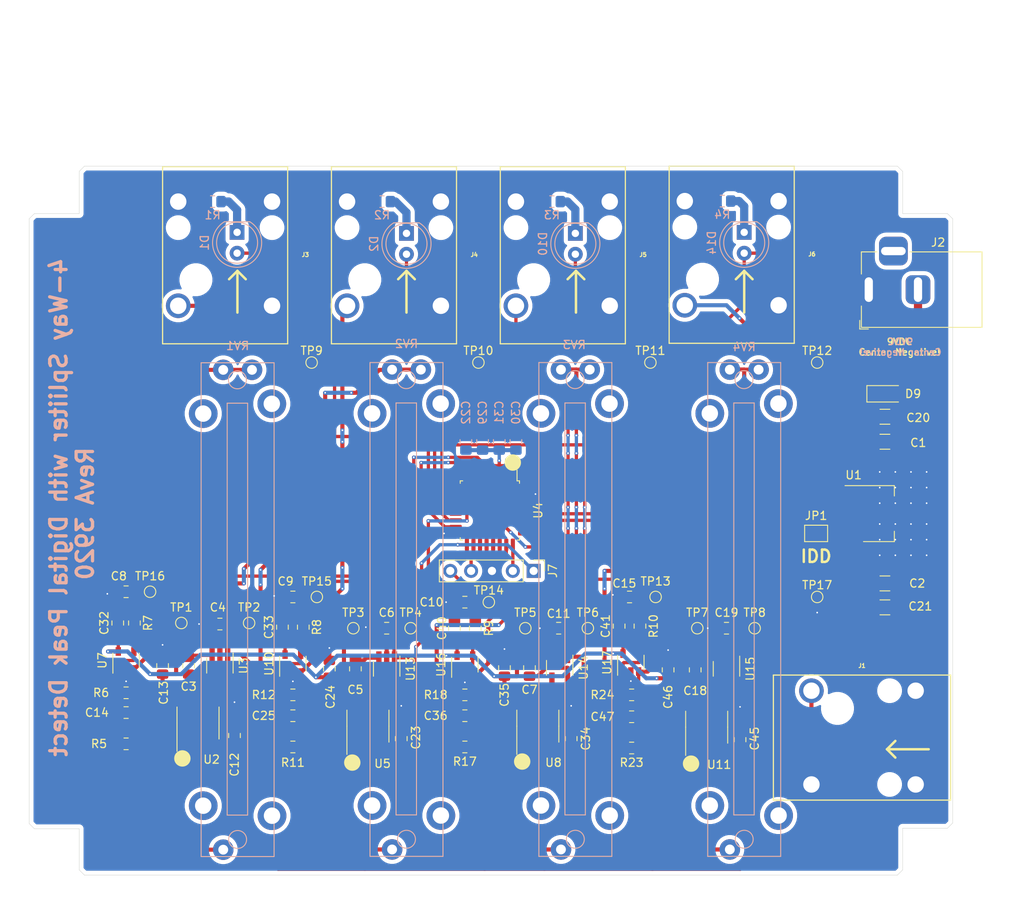
<source format=kicad_pcb>
(kicad_pcb (version 20171130) (host pcbnew 5.1.6-c6e7f7d~87~ubuntu18.04.1)
  (title_block (comment 1 "F.Cu is ground plane!"))
  (layers (0 F.Cu signal) (31 B.Cu signal) (34 B.Paste user) (35 F.Paste user) (36 B.SilkS user) (37 F.SilkS user) (38 B.Mask user) (39 F.Mask user) (44 Edge.Cuts user))
  (net 0 "")
  (net 1 GNDS)
  (net 2 /PowerSupply/+9V_IN)
  (net 3 "Net-(R17-Pad2)")
  (net 4 "Net-(R18-Pad2)")
  (net 5 "Net-(R23-Pad2)")
  (net 6 "Net-(C36-Pad2)")
  (net 7 "Net-(R12-Pad2)")
  (net 8 "Net-(R24-Pad2)")
  (net 9 "Net-(C14-Pad2)")
  (net 10 "Net-(C25-Pad2)")
  (net 11 "Net-(C47-Pad2)")
  (net 12 "Net-(R5-Pad2)")
  (net 13 "Net-(R6-Pad2)")
  (net 14 "Net-(R7-Pad2)")
  (net 15 "Net-(R8-Pad2)")
  (net 16 "Net-(R9-Pad2)")
  (net 17 "Net-(R11-Pad2)")
  (net 18 "Net-(C3-Pad1)")
  (net 19 +3V3)
  (net 20 "Net-(C7-Pad2)")
  (net 21 "Net-(C7-Pad1)")
  (net 22 "Net-(C1-Pad1)")
  (net 23 "Net-(C2-Pad1)")
  (net 24 "Net-(C3-Pad2)")
  (net 25 /InputBufferAndGain1/NEGVIN)
  (net 26 "Net-(C5-Pad2)")
  (net 27 "Net-(C5-Pad1)")
  (net 28 /InputBufferAndGain2/NEGVIN)
  (net 29 /PeakDetectorMCU/PEAK_IN_ADC1)
  (net 30 /PeakDetectorMCU/PEAK_IN_ADC2)
  (net 31 /PeakDetectorMCU/PEAK_IN_ADC3)
  (net 32 /InputBufferAndGain3/NEGVIN)
  (net 33 /PEAK_IN_BUF1)
  (net 34 /PeakDetectorMCU/PEAK_IN_ADC4)
  (net 35 "Net-(C18-Pad2)")
  (net 36 "Net-(C18-Pad1)")
  (net 37 /InputBufferAndGain4/NEGVIN)
  (net 38 /PEAK_IN_BUF2)
  (net 39 /PEAK_IN_BUF3)
  (net 40 /PEAK_IN_BUF4)
  (net 41 /PeakDetectorMCU/PEAK_OUT_PWM4)
  (net 42 "Net-(D1-Pad1)")
  (net 43 /PeakDetectorMCU/PEAK_OUT_PWM3)
  (net 44 "Net-(D2-Pad1)")
  (net 45 /PeakDetectorMCU/PEAK_OUT_PWM2)
  (net 46 "Net-(D10-Pad1)")
  (net 47 /PeakDetectorMCU/PEAK_OUT_PWM1)
  (net 48 "Net-(D14-Pad1)")
  (net 49 /InputBufferAndGain1/SIGNAL_INPUT)
  (net 50 /PeakDetectorMCU/NRST)
  (net 51 /PeakDetectorMCU/SYS_SWDIO)
  (net 52 /PeakDetectorMCU/SYS_SWCLK)
  (net 53 "Net-(R10-Pad2)")
  (net 54 "Net-(U4-Pad30)")
  (net 55 "Net-(U4-Pad29)")
  (net 56 "Net-(U4-Pad26)")
  (net 57 "Net-(U4-Pad25)")
  (net 58 "Net-(U4-Pad22)")
  (net 59 "Net-(U4-Pad21)")
  (net 60 "Net-(U4-Pad20)")
  (net 61 "Net-(U4-Pad11)")
  (net 62 "Net-(U4-Pad10)")
  (net 63 "Net-(U4-Pad3)")
  (net 64 "Net-(U4-Pad2)")
  (net 65 "Net-(U4-Pad19)")
  (net 66 "Net-(U4-Pad18)")
  (net 67 "Net-(U4-Pad13)")
  (net 68 "Net-(U4-Pad12)")
  (module TestPoint:TestPoint_Pad_D1.0mm (layer F.Cu) (at 175.895 97.155)
    (fp_text reference TP17 (at 0 -1.448) (layer F.SilkS))
    (fp_text value TestPoint)
    (pad 1 smd circle (at 0 0) (size 1 1) (layers F.Cu F.Mask) (net 1 GNDS))
  )
  (module TestPoint:TestPoint_Pad_D1.0mm (layer F.Cu) (at 94.615 96.52)
    (fp_text reference TP16 (at 0 -1.905) (layer F.SilkS))
    (fp_text value TestPoint)
    (pad 1 smd circle (at 0 0) (size 1 1) (layers F.Cu F.Mask) (net 29 /PeakDetectorMCU/PEAK_IN_ADC1))
  )
  (module TestPoint:TestPoint_Pad_D1.0mm (layer F.Cu) (at 114.935 97.155)
    (fp_text reference TP15 (at 0 -1.905) (layer F.SilkS))
    (fp_text value TestPoint)
    (pad 1 smd circle (at 0 0) (size 1 1) (layers F.Cu F.Mask) (net 30 /PeakDetectorMCU/PEAK_IN_ADC2))
  )
  (module TestPoint:TestPoint_Pad_D1.0mm (layer F.Cu) (at 135.89 97.79)
    (fp_text reference TP14 (at 0 -1.448) (layer F.SilkS))
    (fp_text value TestPoint)
    (pad 1 smd circle (at 0 0) (size 1 1) (layers F.Cu F.Mask) (net 31 /PeakDetectorMCU/PEAK_IN_ADC3))
  )
  (module TestPoint:TestPoint_Pad_D1.0mm (layer F.Cu) (at 156.21 97.155)
    (fp_text reference TP13 (at 0 -1.905) (layer F.SilkS))
    (fp_text value TestPoint)
    (pad 1 smd circle (at 0 0) (size 1 1) (layers F.Cu F.Mask) (net 34 /PeakDetectorMCU/PEAK_IN_ADC4))
  )
  (module TestPoint:TestPoint_Pad_D1.0mm (layer F.Cu) (at 175.895 68.58)
    (fp_text reference TP12 (at 0 -1.448) (layer F.SilkS))
    (fp_text value TestPoint)
    (pad 1 smd circle (at 0 0) (size 1 1) (layers F.Cu F.Mask) (net 47 /PeakDetectorMCU/PEAK_OUT_PWM1))
  )
  (module TestPoint:TestPoint_Pad_D1.0mm (layer F.Cu) (at 155.575 68.58)
    (fp_text reference TP11 (at 0 -1.448) (layer F.SilkS))
    (fp_text value TestPoint)
    (pad 1 smd circle (at 0 0) (size 1 1) (layers F.Cu F.Mask) (net 45 /PeakDetectorMCU/PEAK_OUT_PWM2))
  )
  (module TestPoint:TestPoint_Pad_D1.0mm (layer F.Cu) (at 134.62 68.58)
    (fp_text reference TP10 (at 0 -1.448) (layer F.SilkS))
    (fp_text value TestPoint)
    (pad 1 smd circle (at 0 0) (size 1 1) (layers F.Cu F.Mask) (net 43 /PeakDetectorMCU/PEAK_OUT_PWM3))
  )
  (module TestPoint:TestPoint_Pad_D1.0mm (layer F.Cu) (at 114.3 68.58)
    (fp_text reference TP9 (at 0 -1.448) (layer F.SilkS))
    (fp_text value TestPoint)
    (pad 1 smd circle (at 0 0) (size 1 1) (layers F.Cu F.Mask) (net 41 /PeakDetectorMCU/PEAK_OUT_PWM4))
  )
  (module TestPoint:TestPoint_Pad_D1.0mm (layer F.Cu) (at 168.275 100.965)
    (fp_text reference TP8 (at 0 -1.905) (layer F.SilkS))
    (fp_text value TestPoint)
    (pad 1 smd circle (at 0 0) (size 1 1) (layers F.Cu F.Mask) (net 37 /InputBufferAndGain4/NEGVIN))
  )
  (module TestPoint:TestPoint_Pad_D1.0mm (layer F.Cu) (at 161.29 100.965)
    (fp_text reference TP7 (at 0 -1.905) (layer F.SilkS))
    (fp_text value TestPoint)
    (pad 1 smd circle (at 0 0) (size 1 1) (layers F.Cu F.Mask) (net 19 +3V3))
  )
  (module TestPoint:TestPoint_Pad_D1.0mm (layer F.Cu) (at 147.955 100.965)
    (fp_text reference TP6 (at 0 -1.905) (layer F.SilkS))
    (fp_text value TestPoint)
    (pad 1 smd circle (at 0 0) (size 1 1) (layers F.Cu F.Mask) (net 32 /InputBufferAndGain3/NEGVIN))
  )
  (module TestPoint:TestPoint_Pad_D1.0mm (layer F.Cu) (at 140.335 100.965)
    (fp_text reference TP5 (at 0 -1.905) (layer F.SilkS))
    (fp_text value TestPoint)
    (pad 1 smd circle (at 0 0) (size 1 1) (layers F.Cu F.Mask) (net 19 +3V3))
  )
  (module TestPoint:TestPoint_Pad_D1.0mm (layer F.Cu) (at 126.365 100.965)
    (fp_text reference TP4 (at 0 -1.905) (layer F.SilkS))
    (fp_text value TestPoint)
    (pad 1 smd circle (at 0 0) (size 1 1) (layers F.Cu F.Mask) (net 28 /InputBufferAndGain2/NEGVIN))
  )
  (module TestPoint:TestPoint_Pad_D1.0mm (layer F.Cu) (at 119.38 100.965)
    (fp_text reference TP3 (at 0 -1.905) (layer F.SilkS))
    (fp_text value TestPoint)
    (pad 1 smd circle (at 0 0) (size 1 1) (layers F.Cu F.Mask) (net 19 +3V3))
  )
  (module TestPoint:TestPoint_Pad_D1.0mm (layer F.Cu) (at 106.68 100.33)
    (fp_text reference TP2 (at 0 -1.905) (layer F.SilkS))
    (fp_text value TestPoint)
    (pad 1 smd circle (at 0 0) (size 1 1) (layers F.Cu F.Mask) (net 25 /InputBufferAndGain1/NEGVIN))
  )
  (module TestPoint:TestPoint_Pad_D1.0mm (layer F.Cu) (at 98.425 100.33)
    (fp_text reference TP1 (at 0 -1.905) (layer F.SilkS))
    (fp_text value TestPoint)
    (pad 1 smd circle (at 0 0) (size 1 1) (layers F.Cu F.Mask) (net 19 +3V3))
  )
  (module Bourn_PTA_Slider:Slider_PTA4543_60MM (layer B.Cu) (at 125.857 98.679 270)
    (fp_text reference RV2 (at -32.385 0) (layer B.SilkS) (effects (justify mirror)))
    (fp_text value 1K)
    (pad 1 thru_hole circle (at -29.2354 1.7526 270) (size 2.5 2.5) (drill 1.2) (layers *.Cu *.Mask) (net 7 "Net-(R12-Pad2)"))
    (pad 2 thru_hole circle (at -29.2354 -1.7526 270) (size 2.5 2.5) (drill 1.2) (layers *.Cu *.Mask) (net 7 "Net-(R12-Pad2)"))
    (pad 3 thru_hole circle (at 29.2608 1.7526 270) (size 2.5 2.5) (drill 1.2) (layers *.Cu *.Mask) (net 10 "Net-(C25-Pad2)"))
    (pad "" thru_hole circle (at -23.9014 4.191 270) (size 3.5 3.5) (drill 2) (layers *.Cu *.Mask))
    (pad "" thru_hole circle (at -25.0952 -4.1656 270) (size 3.5 3.5) (drill 2) (layers *.Cu *.Mask))
    (pad "" thru_hole circle (at 23.9014 4.191 270) (size 3.5 3.5) (drill 2) (layers *.Cu *.Mask))
    (pad "" thru_hole circle (at 25.1206 -4.191 270) (size 3.5 3.5) (drill 2) (layers *.Cu *.Mask))
  )
  (module Capacitor_SMD:C_0805_2012Metric_Pad1.15x1.40mm_HandSolder (layer B.Cu) (at 139.192 78.232 90)
    (fp_text reference C30 (at 3.556 0 90) (layer B.SilkS) (effects (justify mirror)))
    (fp_text value 100nF)
    (pad 2 smd roundrect (at 1.025 0 90) (size 1.15 1.4) (layers B.Cu B.Paste B.Mask) (roundrect_rratio 0.217391) (net 1 GNDS))
    (pad 1 smd roundrect (at -1.025 0 90) (size 1.15 1.4) (layers B.Cu B.Paste B.Mask) (roundrect_rratio 0.217391) (net 19 +3V3))
  )
  (module Capacitor_SMD:C_1206_3216Metric_Pad1.42x1.75mm_HandSolder (layer F.Cu) (at 184.15 78.232)
    (fp_text reference C1 (at 4.064 0.127) (layer F.SilkS))
    (fp_text value 100nF)
    (pad 2 smd roundrect (at 1.4875 0) (size 1.425 1.75) (layers F.Cu F.Paste F.Mask) (roundrect_rratio 0.175439) (net 1 GNDS))
    (pad 1 smd roundrect (at -1.4875 0) (size 1.425 1.75) (layers F.Cu F.Paste F.Mask) (roundrect_rratio 0.175439) (net 22 "Net-(C1-Pad1)"))
  )
  (module Package_TO_SOT_SMD:SOT-23-5 (layer F.Cu) (at 153.192 105.156 90)
    (fp_text reference U17 (at 0 -2.9 90) (layer F.SilkS))
    (fp_text value MCP601-xOT)
    (pad 5 smd rect (at 1.1 -0.95 90) (size 1.06 0.65) (layers F.Cu F.Paste F.Mask) (net 19 +3V3))
    (pad 4 smd rect (at 1.1 0.95 90) (size 1.06 0.65) (layers F.Cu F.Paste F.Mask) (net 53 "Net-(R10-Pad2)"))
    (pad 3 smd rect (at -1.1 0.95 90) (size 1.06 0.65) (layers F.Cu F.Paste F.Mask) (net 40 /PEAK_IN_BUF4))
    (pad 2 smd rect (at -1.1 0 90) (size 1.06 0.65) (layers F.Cu F.Paste F.Mask) (net 1 GNDS))
    (pad 1 smd rect (at -1.1 -0.95 90) (size 1.06 0.65) (layers F.Cu F.Paste F.Mask) (net 53 "Net-(R10-Pad2)"))
  )
  (module Package_TO_SOT_SMD:SOT-23-5 (layer F.Cu) (at 132.969 105.41 90)
    (fp_text reference U16 (at 0 -2.9 90) (layer F.SilkS))
    (fp_text value MCP601-xOT)
    (pad 5 smd rect (at 1.1 -0.95 90) (size 1.06 0.65) (layers F.Cu F.Paste F.Mask) (net 19 +3V3))
    (pad 4 smd rect (at 1.1 0.95 90) (size 1.06 0.65) (layers F.Cu F.Paste F.Mask) (net 16 "Net-(R9-Pad2)"))
    (pad 3 smd rect (at -1.1 0.95 90) (size 1.06 0.65) (layers F.Cu F.Paste F.Mask) (net 39 /PEAK_IN_BUF3))
    (pad 2 smd rect (at -1.1 0 90) (size 1.06 0.65) (layers F.Cu F.Paste F.Mask) (net 1 GNDS))
    (pad 1 smd rect (at -1.1 -0.95 90) (size 1.06 0.65) (layers F.Cu F.Paste F.Mask) (net 16 "Net-(R9-Pad2)"))
  )
  (module Package_TO_SOT_SMD:SOT-23-5_HandSoldering (layer F.Cu) (at 164.846 105.918 270)
    (fp_text reference U15 (at 0 -2.9 90) (layer F.SilkS))
    (fp_text value TPS60400)
    (pad 5 smd rect (at 1.35 -0.95 270) (size 1.56 0.65) (layers F.Cu F.Paste F.Mask) (net 35 "Net-(C18-Pad2)"))
    (pad 4 smd rect (at 1.35 0.95 270) (size 1.56 0.65) (layers F.Cu F.Paste F.Mask) (net 1 GNDS))
    (pad 3 smd rect (at -1.35 0.95 270) (size 1.56 0.65) (layers F.Cu F.Paste F.Mask) (net 36 "Net-(C18-Pad1)"))
    (pad 2 smd rect (at -1.35 0 270) (size 1.56 0.65) (layers F.Cu F.Paste F.Mask) (net 19 +3V3))
    (pad 1 smd rect (at -1.35 -0.95 270) (size 1.56 0.65) (layers F.Cu F.Paste F.Mask) (net 37 /InputBufferAndGain4/NEGVIN))
  )
  (module Package_TO_SOT_SMD:SOT-23-5_HandSoldering (layer F.Cu) (at 144.526 105.791 270)
    (fp_text reference U14 (at 0 -2.9 90) (layer F.SilkS))
    (fp_text value TPS60400)
    (pad 5 smd rect (at 1.35 -0.95 270) (size 1.56 0.65) (layers F.Cu F.Paste F.Mask) (net 20 "Net-(C7-Pad2)"))
    (pad 4 smd rect (at 1.35 0.95 270) (size 1.56 0.65) (layers F.Cu F.Paste F.Mask) (net 1 GNDS))
    (pad 3 smd rect (at -1.35 0.95 270) (size 1.56 0.65) (layers F.Cu F.Paste F.Mask) (net 21 "Net-(C7-Pad1)"))
    (pad 2 smd rect (at -1.35 0 270) (size 1.56 0.65) (layers F.Cu F.Paste F.Mask) (net 19 +3V3))
    (pad 1 smd rect (at -1.35 -0.95 270) (size 1.56 0.65) (layers F.Cu F.Paste F.Mask) (net 32 /InputBufferAndGain3/NEGVIN))
  )
  (module Package_TO_SOT_SMD:SOT-23-5_HandSoldering (layer F.Cu) (at 123.444 105.918 270)
    (fp_text reference U13 (at 0 -2.9 90) (layer F.SilkS))
    (fp_text value TPS60400)
    (pad 5 smd rect (at 1.35 -0.95 270) (size 1.56 0.65) (layers F.Cu F.Paste F.Mask) (net 26 "Net-(C5-Pad2)"))
    (pad 4 smd rect (at 1.35 0.95 270) (size 1.56 0.65) (layers F.Cu F.Paste F.Mask) (net 1 GNDS))
    (pad 3 smd rect (at -1.35 0.95 270) (size 1.56 0.65) (layers F.Cu F.Paste F.Mask) (net 27 "Net-(C5-Pad1)"))
    (pad 2 smd rect (at -1.35 0 270) (size 1.56 0.65) (layers F.Cu F.Paste F.Mask) (net 19 +3V3))
    (pad 1 smd rect (at -1.35 -0.95 270) (size 1.56 0.65) (layers F.Cu F.Paste F.Mask) (net 28 /InputBufferAndGain2/NEGVIN))
  )
  (module Package_TO_SOT_SMD:SOT-23-5 (layer F.Cu) (at 112.014 105.283 90)
    (fp_text reference U10 (at 0 -2.9 90) (layer F.SilkS))
    (fp_text value MCP601-xOT)
    (pad 5 smd rect (at 1.1 -0.95 90) (size 1.06 0.65) (layers F.Cu F.Paste F.Mask) (net 19 +3V3))
    (pad 4 smd rect (at 1.1 0.95 90) (size 1.06 0.65) (layers F.Cu F.Paste F.Mask) (net 15 "Net-(R8-Pad2)"))
    (pad 3 smd rect (at -1.1 0.95 90) (size 1.06 0.65) (layers F.Cu F.Paste F.Mask) (net 38 /PEAK_IN_BUF2))
    (pad 2 smd rect (at -1.1 0 90) (size 1.06 0.65) (layers F.Cu F.Paste F.Mask) (net 1 GNDS))
    (pad 1 smd rect (at -1.1 -0.95 90) (size 1.06 0.65) (layers F.Cu F.Paste F.Mask) (net 15 "Net-(R8-Pad2)"))
  )
  (module Package_TO_SOT_SMD:SOT-23-5 (layer F.Cu) (at 91.694 104.902 90)
    (fp_text reference U7 (at 0 -2.9 90) (layer F.SilkS))
    (fp_text value MCP601-xOT)
    (pad 5 smd rect (at 1.1 -0.95 90) (size 1.06 0.65) (layers F.Cu F.Paste F.Mask) (net 19 +3V3))
    (pad 4 smd rect (at 1.1 0.95 90) (size 1.06 0.65) (layers F.Cu F.Paste F.Mask) (net 14 "Net-(R7-Pad2)"))
    (pad 3 smd rect (at -1.1 0.95 90) (size 1.06 0.65) (layers F.Cu F.Paste F.Mask) (net 33 /PEAK_IN_BUF1))
    (pad 2 smd rect (at -1.1 0 90) (size 1.06 0.65) (layers F.Cu F.Paste F.Mask) (net 1 GNDS))
    (pad 1 smd rect (at -1.1 -0.95 90) (size 1.06 0.65) (layers F.Cu F.Paste F.Mask) (net 14 "Net-(R7-Pad2)"))
  )
  (module Package_QFP:LQFP-32_7x7mm_P0.8mm (layer F.Cu) (at 136.017 86.614 270)
    (fp_text reference U4 (at 0 -5.88 90) (layer F.SilkS))
    (fp_text value STM32F051K8Tx)
    (pad 32 smd roundrect (at -2.8 -4.175 270) (size 0.5 1.5) (layers F.Cu F.Paste F.Mask) (net 1 GNDS))
    (pad 31 smd roundrect (at -2 -4.175 270) (size 0.5 1.5) (layers F.Cu F.Paste F.Mask) (net 1 GNDS))
    (pad 30 smd roundrect (at -1.2 -4.175 270) (size 0.5 1.5) (layers F.Cu F.Paste F.Mask) (net 54 "Net-(U4-Pad30)"))
    (pad 29 smd roundrect (at -0.4 -4.175 270) (size 0.5 1.5) (layers F.Cu F.Paste F.Mask) (net 55 "Net-(U4-Pad29)"))
    (pad 28 smd roundrect (at 0.4 -4.175 270) (size 0.5 1.5) (layers F.Cu F.Paste F.Mask) (net 45 /PeakDetectorMCU/PEAK_OUT_PWM2))
    (pad 27 smd roundrect (at 1.2 -4.175 270) (size 0.5 1.5) (layers F.Cu F.Paste F.Mask) (net 47 /PeakDetectorMCU/PEAK_OUT_PWM1))
    (pad 26 smd roundrect (at 2 -4.175 270) (size 0.5 1.5) (layers F.Cu F.Paste F.Mask) (net 56 "Net-(U4-Pad26)"))
    (pad 25 smd roundrect (at 2.8 -4.175 270) (size 0.5 1.5) (layers F.Cu F.Paste F.Mask) (net 57 "Net-(U4-Pad25)"))
    (pad 24 smd roundrect (at 4.175 -2.8 270) (size 1.5 0.5) (layers F.Cu F.Paste F.Mask) (net 52 /PeakDetectorMCU/SYS_SWCLK))
    (pad 23 smd roundrect (at 4.175 -2 270) (size 1.5 0.5) (layers F.Cu F.Paste F.Mask) (net 51 /PeakDetectorMCU/SYS_SWDIO))
    (pad 22 smd roundrect (at 4.175 -1.2 270) (size 1.5 0.5) (layers F.Cu F.Paste F.Mask) (net 58 "Net-(U4-Pad22)"))
    (pad 21 smd roundrect (at 4.175 -0.4 270) (size 1.5 0.5) (layers F.Cu F.Paste F.Mask) (net 59 "Net-(U4-Pad21)"))
    (pad 20 smd roundrect (at 4.175 0.4 270) (size 1.5 0.5) (layers F.Cu F.Paste F.Mask) (net 60 "Net-(U4-Pad20)"))
    (pad 19 smd roundrect (at 4.175 1.2 270) (size 1.5 0.5) (layers F.Cu F.Paste F.Mask) (net 65 "Net-(U4-Pad19)"))
    (pad 18 smd roundrect (at 4.175 2 270) (size 1.5 0.5) (layers F.Cu F.Paste F.Mask) (net 66 "Net-(U4-Pad18)"))
    (pad 17 smd roundrect (at 4.175 2.8 270) (size 1.5 0.5) (layers F.Cu F.Paste F.Mask) (net 19 +3V3))
    (pad 16 smd roundrect (at 2.8 4.175 270) (size 0.5 1.5) (layers F.Cu F.Paste F.Mask) (net 1 GNDS))
    (pad 15 smd roundrect (at 2 4.175 270) (size 0.5 1.5) (layers F.Cu F.Paste F.Mask) (net 41 /PeakDetectorMCU/PEAK_OUT_PWM4))
    (pad 14 smd roundrect (at 1.2 4.175 270) (size 0.5 1.5) (layers F.Cu F.Paste F.Mask) (net 43 /PeakDetectorMCU/PEAK_OUT_PWM3))
    (pad 13 smd roundrect (at 0.4 4.175 270) (size 0.5 1.5) (layers F.Cu F.Paste F.Mask) (net 67 "Net-(U4-Pad13)"))
    (pad 12 smd roundrect (at -0.4 4.175 270) (size 0.5 1.5) (layers F.Cu F.Paste F.Mask) (net 68 "Net-(U4-Pad12)"))
    (pad 11 smd roundrect (at -1.2 4.175 270) (size 0.5 1.5) (layers F.Cu F.Paste F.Mask) (net 61 "Net-(U4-Pad11)"))
    (pad 10 smd roundrect (at -2 4.175 270) (size 0.5 1.5) (layers F.Cu F.Paste F.Mask) (net 62 "Net-(U4-Pad10)"))
    (pad 9 smd roundrect (at -2.8 4.175 270) (size 0.5 1.5) (layers F.Cu F.Paste F.Mask) (net 34 /PeakDetectorMCU/PEAK_IN_ADC4))
    (pad 8 smd roundrect (at -4.175 2.8 270) (size 1.5 0.5) (layers F.Cu F.Paste F.Mask) (net 31 /PeakDetectorMCU/PEAK_IN_ADC3))
    (pad 7 smd roundrect (at -4.175 2 270) (size 1.5 0.5) (layers F.Cu F.Paste F.Mask) (net 30 /PeakDetectorMCU/PEAK_IN_ADC2))
    (pad 6 smd roundrect (at -4.175 1.2 270) (size 1.5 0.5) (layers F.Cu F.Paste F.Mask) (net 29 /PeakDetectorMCU/PEAK_IN_ADC1))
    (pad 5 smd roundrect (at -4.175 0.4 270) (size 1.5 0.5) (layers F.Cu F.Paste F.Mask) (net 19 +3V3))
    (pad 4 smd roundrect (at -4.175 -0.4 270) (size 1.5 0.5) (layers F.Cu F.Paste F.Mask) (net 50 /PeakDetectorMCU/NRST))
    (pad 3 smd roundrect (at -4.175 -1.2 270) (size 1.5 0.5) (layers F.Cu F.Paste F.Mask) (net 63 "Net-(U4-Pad3)"))
    (pad 2 smd roundrect (at -4.175 -2 270) (size 1.5 0.5) (layers F.Cu F.Paste F.Mask) (net 64 "Net-(U4-Pad2)"))
    (pad 1 smd roundrect (at -4.175 -2.8 270) (size 1.5 0.5) (layers F.Cu F.Paste F.Mask) (net 19 +3V3))
  )
  (module Package_TO_SOT_SMD:SOT-23-5_HandSoldering (layer F.Cu) (at 103.124 105.537 270)
    (fp_text reference U3 (at 0 -2.9 90) (layer F.SilkS))
    (fp_text value TPS60400)
    (pad 5 smd rect (at 1.35 -0.95 270) (size 1.56 0.65) (layers F.Cu F.Paste F.Mask) (net 24 "Net-(C3-Pad2)"))
    (pad 4 smd rect (at 1.35 0.95 270) (size 1.56 0.65) (layers F.Cu F.Paste F.Mask) (net 1 GNDS))
    (pad 3 smd rect (at -1.35 0.95 270) (size 1.56 0.65) (layers F.Cu F.Paste F.Mask) (net 18 "Net-(C3-Pad1)"))
    (pad 2 smd rect (at -1.35 0 270) (size 1.56 0.65) (layers F.Cu F.Paste F.Mask) (net 19 +3V3))
    (pad 1 smd rect (at -1.35 -0.95 270) (size 1.56 0.65) (layers F.Cu F.Paste F.Mask) (net 25 /InputBufferAndGain1/NEGVIN))
  )
  (module Package_TO_SOT_SMD:SOT-223-3_TabPin2 (layer F.Cu) (at 183.388 86.995)
    (fp_text reference U1 (at -3.048 -4.699) (layer F.SilkS))
    (fp_text value MCP1703A-3302_SOT223)
    (pad 1 smd rect (at -3.15 -2.3) (size 2 1.5) (layers F.Cu F.Paste F.Mask) (net 22 "Net-(C1-Pad1)"))
    (pad 3 smd rect (at -3.15 2.3) (size 2 1.5) (layers F.Cu F.Paste F.Mask) (net 23 "Net-(C2-Pad1)"))
    (pad 2 smd rect (at -3.15 0) (size 2 1.5) (layers F.Cu F.Paste F.Mask) (net 1 GNDS))
    (pad 2 smd rect (at 3.15 0) (size 2 3.8) (layers F.Cu F.Paste F.Mask) (net 1 GNDS))
  )
  (module Resistor_SMD:R_0805_2012Metric_Pad1.15x1.40mm_HandSolder (layer F.Cu) (at 154.305 100.711 270)
    (fp_text reference R10 (at 0 -1.65 90) (layer F.SilkS))
    (fp_text value 50R)
    (pad 2 smd roundrect (at 1.025 0 270) (size 1.15 1.4) (layers F.Cu F.Paste F.Mask) (roundrect_rratio 0.217391) (net 53 "Net-(R10-Pad2)"))
    (pad 1 smd roundrect (at -1.025 0 270) (size 1.15 1.4) (layers F.Cu F.Paste F.Mask) (roundrect_rratio 0.217391) (net 34 /PeakDetectorMCU/PEAK_IN_ADC4))
  )
  (module Resistor_SMD:R_0805_2012Metric_Pad1.15x1.40mm_HandSolder (layer F.Cu) (at 134.239 100.965 270)
    (fp_text reference R9 (at 0 -1.65 90) (layer F.SilkS))
    (fp_text value 50R)
    (pad 2 smd roundrect (at 1.025 0 270) (size 1.15 1.4) (layers F.Cu F.Paste F.Mask) (roundrect_rratio 0.217391) (net 16 "Net-(R9-Pad2)"))
    (pad 1 smd roundrect (at -1.025 0 270) (size 1.15 1.4) (layers F.Cu F.Paste F.Mask) (roundrect_rratio 0.217391) (net 31 /PeakDetectorMCU/PEAK_IN_ADC3))
  )
  (module Resistor_SMD:R_0805_2012Metric_Pad1.15x1.40mm_HandSolder (layer F.Cu) (at 113.284 100.838 270)
    (fp_text reference R8 (at 0 -1.65 90) (layer F.SilkS))
    (fp_text value 50R)
    (pad 2 smd roundrect (at 1.025 0 270) (size 1.15 1.4) (layers F.Cu F.Paste F.Mask) (roundrect_rratio 0.217391) (net 15 "Net-(R8-Pad2)"))
    (pad 1 smd roundrect (at -1.025 0 270) (size 1.15 1.4) (layers F.Cu F.Paste F.Mask) (roundrect_rratio 0.217391) (net 30 /PeakDetectorMCU/PEAK_IN_ADC2))
  )
  (module Resistor_SMD:R_0805_2012Metric_Pad1.15x1.40mm_HandSolder (layer F.Cu) (at 92.71 100.33 270)
    (fp_text reference R7 (at 0 -1.65 90) (layer F.SilkS))
    (fp_text value 50R)
    (pad 2 smd roundrect (at 1.025 0 270) (size 1.15 1.4) (layers F.Cu F.Paste F.Mask) (roundrect_rratio 0.217391) (net 14 "Net-(R7-Pad2)"))
    (pad 1 smd roundrect (at -1.025 0 270) (size 1.15 1.4) (layers F.Cu F.Paste F.Mask) (roundrect_rratio 0.217391) (net 29 /PeakDetectorMCU/PEAK_IN_ADC1))
  )
  (module Resistor_SMD:R_0805_2012Metric_Pad1.15x1.40mm_HandSolder (layer B.Cu) (at 164.338 48.895)
    (fp_text reference R4 (at 0 1.65) (layer B.SilkS) (effects (justify mirror)))
    (fp_text value R)
    (pad 2 smd roundrect (at 1.025 0) (size 1.15 1.4) (layers B.Cu B.Paste B.Mask) (roundrect_rratio 0.217391) (net 48 "Net-(D14-Pad1)"))
    (pad 1 smd roundrect (at -1.025 0) (size 1.15 1.4) (layers B.Cu B.Paste B.Mask) (roundrect_rratio 0.217391) (net 1 GNDS))
  )
  (module Resistor_SMD:R_0805_2012Metric_Pad1.15x1.40mm_HandSolder (layer B.Cu) (at 143.5735 48.9585)
    (fp_text reference R3 (at 0 1.65) (layer B.SilkS) (effects (justify mirror)))
    (fp_text value R)
    (pad 2 smd roundrect (at 1.025 0) (size 1.15 1.4) (layers B.Cu B.Paste B.Mask) (roundrect_rratio 0.217391) (net 46 "Net-(D10-Pad1)"))
    (pad 1 smd roundrect (at -1.025 0) (size 1.15 1.4) (layers B.Cu B.Paste B.Mask) (roundrect_rratio 0.217391) (net 1 GNDS))
  )
  (module Resistor_SMD:R_0805_2012Metric_Pad1.15x1.40mm_HandSolder (layer B.Cu) (at 122.8725 48.9585)
    (fp_text reference R2 (at 0 1.65) (layer B.SilkS) (effects (justify mirror)))
    (fp_text value R)
    (pad 2 smd roundrect (at 1.025 0) (size 1.15 1.4) (layers B.Cu B.Paste B.Mask) (roundrect_rratio 0.217391) (net 44 "Net-(D2-Pad1)"))
    (pad 1 smd roundrect (at -1.025 0) (size 1.15 1.4) (layers B.Cu B.Paste B.Mask) (roundrect_rratio 0.217391) (net 1 GNDS))
  )
  (module Resistor_SMD:R_0805_2012Metric_Pad1.15x1.40mm_HandSolder (layer B.Cu) (at 102.235 48.9585)
    (fp_text reference R1 (at 0 1.65) (layer B.SilkS) (effects (justify mirror)))
    (fp_text value R)
    (pad 2 smd roundrect (at 1.025 0) (size 1.15 1.4) (layers B.Cu B.Paste B.Mask) (roundrect_rratio 0.217391) (net 42 "Net-(D1-Pad1)"))
    (pad 1 smd roundrect (at -1.025 0) (size 1.15 1.4) (layers B.Cu B.Paste B.Mask) (roundrect_rratio 0.217391) (net 1 GNDS))
  )
  (module Jumper:SolderJumper-2_P1.3mm_Open_Pad1.0x1.5mm (layer F.Cu) (at 175.768 89.408 180)
    (fp_text reference JP1 (at 0 2.159) (layer F.SilkS))
    (fp_text value Jumper_NO_Small)
    (pad 1 smd rect (at -0.65 0 180) (size 1 1.5) (layers F.Cu F.Mask) (net 23 "Net-(C2-Pad1)"))
    (pad 2 smd rect (at 0.65 0 180) (size 1 1.5) (layers F.Cu F.Mask) (net 19 +3V3))
  )
  (module Connector_PinHeader_2.54mm:PinHeader_1x05_P2.54mm_Vertical (layer F.Cu) (at 141.351 93.98 270)
    (fp_text reference J7 (at 0 -2.33 90) (layer F.SilkS))
    (fp_text value Conn_01x05)
    (pad 5 thru_hole oval (at 0 10.16 270) (size 1.7 1.7) (drill 1) (layers *.Cu *.Mask) (net 50 /PeakDetectorMCU/NRST))
    (pad 4 thru_hole oval (at 0 7.62 270) (size 1.7 1.7) (drill 1) (layers *.Cu *.Mask) (net 51 /PeakDetectorMCU/SYS_SWDIO))
    (pad 3 thru_hole oval (at 0 5.08 270) (size 1.7 1.7) (drill 1) (layers *.Cu *.Mask) (net 1 GNDS))
    (pad 2 thru_hole oval (at 0 2.54 270) (size 1.7 1.7) (drill 1) (layers *.Cu *.Mask) (net 52 /PeakDetectorMCU/SYS_SWCLK))
    (pad 1 thru_hole rect (at 0 0 270) (size 1.7 1.7) (drill 1) (layers *.Cu *.Mask) (net 19 +3V3))
  )
  (module LED_THT:LED_D5.0mm (layer B.Cu) (at 167.005 52.705 270)
    (fp_text reference D14 (at 1.27 3.96 270) (layer B.SilkS) (effects (justify mirror)))
    (fp_text value LED)
    (pad 2 thru_hole circle (at 2.54 0 270) (size 1.8 1.8) (drill 0.9) (layers *.Cu *.Mask) (net 47 /PeakDetectorMCU/PEAK_OUT_PWM1))
    (pad 1 thru_hole rect (at 0 0 270) (size 1.8 1.8) (drill 0.9) (layers *.Cu *.Mask) (net 48 "Net-(D14-Pad1)"))
  )
  (module LED_THT:LED_D5.0mm (layer B.Cu) (at 146.431 52.832 270)
    (fp_text reference D10 (at 1.27 3.96 270) (layer B.SilkS) (effects (justify mirror)))
    (fp_text value LED)
    (pad 2 thru_hole circle (at 2.54 0 270) (size 1.8 1.8) (drill 0.9) (layers *.Cu *.Mask) (net 45 /PeakDetectorMCU/PEAK_OUT_PWM2))
    (pad 1 thru_hole rect (at 0 0 270) (size 1.8 1.8) (drill 0.9) (layers *.Cu *.Mask) (net 46 "Net-(D10-Pad1)"))
  )
  (module LED_THT:LED_D5.0mm (layer B.Cu) (at 125.857 52.832 270)
    (fp_text reference D2 (at 1.27 3.96 90) (layer B.SilkS) (effects (justify mirror)))
    (fp_text value LED)
    (pad 2 thru_hole circle (at 2.54 0 270) (size 1.8 1.8) (drill 0.9) (layers *.Cu *.Mask) (net 43 /PeakDetectorMCU/PEAK_OUT_PWM3))
    (pad 1 thru_hole rect (at 0 0 270) (size 1.8 1.8) (drill 0.9) (layers *.Cu *.Mask) (net 44 "Net-(D2-Pad1)"))
  )
  (module LED_THT:LED_D5.0mm (layer B.Cu) (at 105.2195 52.705 270)
    (fp_text reference D1 (at 1.27 3.96 270) (layer B.SilkS) (effects (justify mirror)))
    (fp_text value LED)
    (pad 2 thru_hole circle (at 2.54 0 270) (size 1.8 1.8) (drill 0.9) (layers *.Cu *.Mask) (net 41 /PeakDetectorMCU/PEAK_OUT_PWM4))
    (pad 1 thru_hole rect (at 0 0 270) (size 1.8 1.8) (drill 0.9) (layers *.Cu *.Mask) (net 42 "Net-(D1-Pad1)"))
  )
  (module Capacitor_SMD:C_0805_2012Metric_Pad1.15x1.40mm_HandSolder (layer F.Cu) (at 151.765 100.711 90)
    (fp_text reference C41 (at 0 -1.65 90) (layer F.SilkS))
    (fp_text value 100nF)
    (pad 2 smd roundrect (at 1.025 0 90) (size 1.15 1.4) (layers F.Cu F.Paste F.Mask) (roundrect_rratio 0.217391) (net 1 GNDS))
    (pad 1 smd roundrect (at -1.025 0 90) (size 1.15 1.4) (layers F.Cu F.Paste F.Mask) (roundrect_rratio 0.217391) (net 19 +3V3))
  )
  (module Capacitor_SMD:C_0805_2012Metric_Pad1.15x1.40mm_HandSolder (layer F.Cu) (at 131.699 100.965 90)
    (fp_text reference C40 (at 0 -1.524 90) (layer F.SilkS))
    (fp_text value 100nF)
    (pad 2 smd roundrect (at 1.025 0 90) (size 1.15 1.4) (layers F.Cu F.Paste F.Mask) (roundrect_rratio 0.217391) (net 1 GNDS))
    (pad 1 smd roundrect (at -1.025 0 90) (size 1.15 1.4) (layers F.Cu F.Paste F.Mask) (roundrect_rratio 0.217391) (net 19 +3V3))
  )
  (module Capacitor_SMD:C_0805_2012Metric_Pad1.15x1.40mm_HandSolder (layer F.Cu) (at 110.744 100.838 90)
    (fp_text reference C33 (at 0 -1.65 90) (layer F.SilkS))
    (fp_text value 100nF)
    (pad 2 smd roundrect (at 1.025 0 90) (size 1.15 1.4) (layers F.Cu F.Paste F.Mask) (roundrect_rratio 0.217391) (net 1 GNDS))
    (pad 1 smd roundrect (at -1.025 0 90) (size 1.15 1.4) (layers F.Cu F.Paste F.Mask) (roundrect_rratio 0.217391) (net 19 +3V3))
  )
  (module Capacitor_SMD:C_0805_2012Metric_Pad1.15x1.40mm_HandSolder (layer F.Cu) (at 90.678 100.33 90)
    (fp_text reference C32 (at 0 -1.65 90) (layer F.SilkS))
    (fp_text value 100nF)
    (pad 2 smd roundrect (at 1.025 0 90) (size 1.15 1.4) (layers F.Cu F.Paste F.Mask) (roundrect_rratio 0.217391) (net 1 GNDS))
    (pad 1 smd roundrect (at -1.025 0 90) (size 1.15 1.4) (layers F.Cu F.Paste F.Mask) (roundrect_rratio 0.217391) (net 19 +3V3))
  )
  (module Capacitor_SMD:C_0805_2012Metric_Pad1.15x1.40mm_HandSolder (layer B.Cu) (at 137.16 78.232 90)
    (fp_text reference C31 (at 3.556 0 90) (layer B.SilkS) (effects (justify mirror)))
    (fp_text value 100nF)
    (pad 2 smd roundrect (at 1.025 0 90) (size 1.15 1.4) (layers B.Cu B.Paste B.Mask) (roundrect_rratio 0.217391) (net 1 GNDS))
    (pad 1 smd roundrect (at -1.025 0 90) (size 1.15 1.4) (layers B.Cu B.Paste B.Mask) (roundrect_rratio 0.217391) (net 19 +3V3))
  )
  (module Capacitor_SMD:C_0805_2012Metric_Pad1.15x1.40mm_HandSolder (layer B.Cu) (at 135.128 78.232 90)
    (fp_text reference C29 (at 3.556 0 270) (layer B.SilkS) (effects (justify mirror)))
    (fp_text value 100nF)
    (pad 2 smd roundrect (at 1.025 0 90) (size 1.15 1.4) (layers B.Cu B.Paste B.Mask) (roundrect_rratio 0.217391) (net 1 GNDS))
    (pad 1 smd roundrect (at -1.025 0 90) (size 1.15 1.4) (layers B.Cu B.Paste B.Mask) (roundrect_rratio 0.217391) (net 19 +3V3))
  )
  (module Capacitor_SMD:C_0805_2012Metric_Pad1.15x1.40mm_HandSolder (layer B.Cu) (at 133.096 78.232 90)
    (fp_text reference C22 (at 3.556 0 90) (layer B.SilkS) (effects (justify mirror)))
    (fp_text value 1uF)
    (pad 2 smd roundrect (at 1.025 0 90) (size 1.15 1.4) (layers B.Cu B.Paste B.Mask) (roundrect_rratio 0.217391) (net 1 GNDS))
    (pad 1 smd roundrect (at -1.025 0 90) (size 1.15 1.4) (layers B.Cu B.Paste B.Mask) (roundrect_rratio 0.217391) (net 19 +3V3))
  )
  (module Capacitor_SMD:C_1206_3216Metric_Pad1.42x1.75mm_HandSolder (layer F.Cu) (at 184.15 98.425)
    (fp_text reference C21 (at 4.318 -0.127) (layer F.SilkS))
    (fp_text value 100nF)
    (pad 2 smd roundrect (at 1.4875 0) (size 1.425 1.75) (layers F.Cu F.Paste F.Mask) (roundrect_rratio 0.175439) (net 1 GNDS))
    (pad 1 smd roundrect (at -1.4875 0) (size 1.425 1.75) (layers F.Cu F.Paste F.Mask) (roundrect_rratio 0.175439) (net 23 "Net-(C2-Pad1)"))
  )
  (module Capacitor_SMD:C_1206_3216Metric_Pad1.42x1.75mm_HandSolder (layer F.Cu) (at 184.15 75.184)
    (fp_text reference C20 (at 4.064 0.127) (layer F.SilkS))
    (fp_text value 1uF)
    (pad 2 smd roundrect (at 1.4875 0) (size 1.425 1.75) (layers F.Cu F.Paste F.Mask) (roundrect_rratio 0.175439) (net 1 GNDS))
    (pad 1 smd roundrect (at -1.4875 0) (size 1.425 1.75) (layers F.Cu F.Paste F.Mask) (roundrect_rratio 0.175439) (net 22 "Net-(C1-Pad1)"))
  )
  (module Capacitor_SMD:C_0805_2012Metric_Pad1.15x1.40mm_HandSolder (layer F.Cu) (at 164.846 100.965 180)
    (fp_text reference C19 (at 0 1.905) (layer F.SilkS))
    (fp_text value 1uF)
    (pad 2 smd roundrect (at 1.025 0 180) (size 1.15 1.4) (layers F.Cu F.Paste F.Mask) (roundrect_rratio 0.217391) (net 1 GNDS))
    (pad 1 smd roundrect (at -1.025 0 180) (size 1.15 1.4) (layers F.Cu F.Paste F.Mask) (roundrect_rratio 0.217391) (net 37 /InputBufferAndGain4/NEGVIN))
  )
  (module Capacitor_SMD:C_0805_2012Metric_Pad1.15x1.40mm_HandSolder (layer F.Cu) (at 161.036 106.045 270)
    (fp_text reference C18 (at 2.54 0) (layer F.SilkS))
    (fp_text value 1uF)
    (pad 2 smd roundrect (at 1.025 0 270) (size 1.15 1.4) (layers F.Cu F.Paste F.Mask) (roundrect_rratio 0.217391) (net 35 "Net-(C18-Pad2)"))
    (pad 1 smd roundrect (at -1.025 0 270) (size 1.15 1.4) (layers F.Cu F.Paste F.Mask) (roundrect_rratio 0.217391) (net 36 "Net-(C18-Pad1)"))
  )
  (module Capacitor_SMD:C_0805_2012Metric_Pad1.15x1.40mm_HandSolder (layer F.Cu) (at 153.035 97.155 180)
    (fp_text reference C15 (at 0.635 1.651) (layer F.SilkS))
    (fp_text value 100nF)
    (pad 2 smd roundrect (at 1.025 0 180) (size 1.15 1.4) (layers F.Cu F.Paste F.Mask) (roundrect_rratio 0.217391) (net 1 GNDS))
    (pad 1 smd roundrect (at -1.025 0 180) (size 1.15 1.4) (layers F.Cu F.Paste F.Mask) (roundrect_rratio 0.217391) (net 34 /PeakDetectorMCU/PEAK_IN_ADC4))
  )
  (module Capacitor_SMD:C_0805_2012Metric_Pad1.15x1.40mm_HandSolder (layer F.Cu) (at 144.399 100.965 180)
    (fp_text reference C11 (at 0 1.778 180) (layer F.SilkS))
    (fp_text value 1uF)
    (pad 2 smd roundrect (at 1.025 0 180) (size 1.15 1.4) (layers F.Cu F.Paste F.Mask) (roundrect_rratio 0.217391) (net 1 GNDS))
    (pad 1 smd roundrect (at -1.025 0 180) (size 1.15 1.4) (layers F.Cu F.Paste F.Mask) (roundrect_rratio 0.217391) (net 32 /InputBufferAndGain3/NEGVIN))
  )
  (module Capacitor_SMD:C_0805_2012Metric_Pad1.15x1.40mm_HandSolder (layer F.Cu) (at 132.969 97.79 180)
    (fp_text reference C10 (at 4.064 0) (layer F.SilkS))
    (fp_text value 100nF)
    (pad 2 smd roundrect (at 1.025 0 180) (size 1.15 1.4) (layers F.Cu F.Paste F.Mask) (roundrect_rratio 0.217391) (net 1 GNDS))
    (pad 1 smd roundrect (at -1.025 0 180) (size 1.15 1.4) (layers F.Cu F.Paste F.Mask) (roundrect_rratio 0.217391) (net 31 /PeakDetectorMCU/PEAK_IN_ADC3))
  )
  (module Capacitor_SMD:C_0805_2012Metric_Pad1.15x1.40mm_HandSolder (layer F.Cu) (at 112.014 97.155 180)
    (fp_text reference C9 (at 0.889 1.905) (layer F.SilkS))
    (fp_text value 100nF)
    (pad 2 smd roundrect (at 1.025 0 180) (size 1.15 1.4) (layers F.Cu F.Paste F.Mask) (roundrect_rratio 0.217391) (net 1 GNDS))
    (pad 1 smd roundrect (at -1.025 0 180) (size 1.15 1.4) (layers F.Cu F.Paste F.Mask) (roundrect_rratio 0.217391) (net 30 /PeakDetectorMCU/PEAK_IN_ADC2))
  )
  (module Capacitor_SMD:C_0805_2012Metric_Pad1.15x1.40mm_HandSolder (layer F.Cu) (at 91.694 96.52 180)
    (fp_text reference C8 (at 0.889 1.905) (layer F.SilkS))
    (fp_text value 100nF)
    (pad 2 smd roundrect (at 1.025 0 180) (size 1.15 1.4) (layers F.Cu F.Paste F.Mask) (roundrect_rratio 0.217391) (net 1 GNDS))
    (pad 1 smd roundrect (at -1.025 0 180) (size 1.15 1.4) (layers F.Cu F.Paste F.Mask) (roundrect_rratio 0.217391) (net 29 /PeakDetectorMCU/PEAK_IN_ADC1))
  )
  (module Capacitor_SMD:C_0805_2012Metric_Pad1.15x1.40mm_HandSolder (layer F.Cu) (at 140.843 105.791 270)
    (fp_text reference C7 (at 2.667 0 180) (layer F.SilkS))
    (fp_text value 1uF)
    (pad 2 smd roundrect (at 1.025 0 270) (size 1.15 1.4) (layers F.Cu F.Paste F.Mask) (roundrect_rratio 0.217391) (net 20 "Net-(C7-Pad2)"))
    (pad 1 smd roundrect (at -1.025 0 270) (size 1.15 1.4) (layers F.Cu F.Paste F.Mask) (roundrect_rratio 0.217391) (net 21 "Net-(C7-Pad1)"))
  )
  (module Capacitor_SMD:C_0805_2012Metric_Pad1.15x1.40mm_HandSolder (layer F.Cu) (at 123.444 100.965 180)
    (fp_text reference C6 (at 0 1.905) (layer F.SilkS))
    (fp_text value 1uF)
    (pad 2 smd roundrect (at 1.025 0 180) (size 1.15 1.4) (layers F.Cu F.Paste F.Mask) (roundrect_rratio 0.217391) (net 1 GNDS))
    (pad 1 smd roundrect (at -1.025 0 180) (size 1.15 1.4) (layers F.Cu F.Paste F.Mask) (roundrect_rratio 0.217391) (net 28 /InputBufferAndGain2/NEGVIN))
  )
  (module Capacitor_SMD:C_0805_2012Metric_Pad1.15x1.40mm_HandSolder (layer F.Cu) (at 119.634 105.918 270)
    (fp_text reference C5 (at 2.54 0 180) (layer F.SilkS))
    (fp_text value 1uF)
    (pad 2 smd roundrect (at 1.025 0 270) (size 1.15 1.4) (layers F.Cu F.Paste F.Mask) (roundrect_rratio 0.217391) (net 26 "Net-(C5-Pad2)"))
    (pad 1 smd roundrect (at -1.025 0 270) (size 1.15 1.4) (layers F.Cu F.Paste F.Mask) (roundrect_rratio 0.217391) (net 27 "Net-(C5-Pad1)"))
  )
  (module Capacitor_SMD:C_0805_2012Metric_Pad1.15x1.40mm_HandSolder (layer F.Cu) (at 103.124 100.457 180)
    (fp_text reference C4 (at 0.254 2.032) (layer F.SilkS))
    (fp_text value 1uF)
    (pad 2 smd roundrect (at 1.025 0 180) (size 1.15 1.4) (layers F.Cu F.Paste F.Mask) (roundrect_rratio 0.217391) (net 1 GNDS))
    (pad 1 smd roundrect (at -1.025 0 180) (size 1.15 1.4) (layers F.Cu F.Paste F.Mask) (roundrect_rratio 0.217391) (net 25 /InputBufferAndGain1/NEGVIN))
  )
  (module Capacitor_SMD:C_0805_2012Metric_Pad1.15x1.40mm_HandSolder (layer F.Cu) (at 99.314 105.537 270)
    (fp_text reference C3 (at 2.54 0) (layer F.SilkS))
    (fp_text value 1uF)
    (pad 2 smd roundrect (at 1.025 0 270) (size 1.15 1.4) (layers F.Cu F.Paste F.Mask) (roundrect_rratio 0.217391) (net 24 "Net-(C3-Pad2)"))
    (pad 1 smd roundrect (at -1.025 0 270) (size 1.15 1.4) (layers F.Cu F.Paste F.Mask) (roundrect_rratio 0.217391) (net 18 "Net-(C3-Pad1)"))
  )
  (module Bourn_PTA_Slider:Slider_PTA4543_60MM (layer B.Cu) (at 146.431 98.679 270)
    (fp_text reference RV3 (at -32.258 0.127) (layer B.SilkS) (effects (justify mirror)))
    (fp_text value 1K)
    (pad 1 thru_hole circle (at -29.2354 1.7526 270) (size 2.5 2.5) (drill 1.2) (layers *.Cu *.Mask) (net 4 "Net-(R18-Pad2)"))
    (pad 2 thru_hole circle (at -29.2354 -1.7526 270) (size 2.5 2.5) (drill 1.2) (layers *.Cu *.Mask) (net 4 "Net-(R18-Pad2)"))
    (pad 3 thru_hole circle (at 29.2608 1.7526 270) (size 2.5 2.5) (drill 1.2) (layers *.Cu *.Mask) (net 6 "Net-(C36-Pad2)"))
    (pad "" thru_hole circle (at -23.9014 4.191 270) (size 3.5 3.5) (drill 2) (layers *.Cu *.Mask))
    (pad "" thru_hole circle (at -25.0952 -4.1656 270) (size 3.5 3.5) (drill 2) (layers *.Cu *.Mask))
    (pad "" thru_hole circle (at 23.9014 4.191 270) (size 3.5 3.5) (drill 2) (layers *.Cu *.Mask))
    (pad "" thru_hole circle (at 25.1206 -4.191 270) (size 3.5 3.5) (drill 2) (layers *.Cu *.Mask))
  )
  (module Hammond1590:1590BB (layer F.Cu) (at 136.144 87.884 90)
    (fp_text reference REF** hide)
    (fp_text value 1590BB)
  )
  (module Bourn_PTA_Slider:Slider_PTA4543_60MM (layer B.Cu) (at 105.283 98.7044 270)
    (fp_text reference RV1 (at -32.1564 0) (layer B.SilkS) (effects (justify mirror)))
    (fp_text value 1K)
    (pad 1 thru_hole circle (at -29.2354 1.7526 270) (size 2.5 2.5) (drill 1.2) (layers *.Cu *.Mask) (net 13 "Net-(R6-Pad2)"))
    (pad 2 thru_hole circle (at -29.2354 -1.7526 270) (size 2.5 2.5) (drill 1.2) (layers *.Cu *.Mask) (net 13 "Net-(R6-Pad2)"))
    (pad 3 thru_hole circle (at 29.2608 1.7526 270) (size 2.5 2.5) (drill 1.2) (layers *.Cu *.Mask) (net 9 "Net-(C14-Pad2)"))
    (pad "" thru_hole circle (at -23.9014 4.191 270) (size 3.5 3.5) (drill 2) (layers *.Cu *.Mask))
    (pad "" thru_hole circle (at -25.0952 -4.1656 270) (size 3.5 3.5) (drill 2) (layers *.Cu *.Mask))
    (pad "" thru_hole circle (at 23.9014 4.191 270) (size 3.5 3.5) (drill 2) (layers *.Cu *.Mask))
    (pad "" thru_hole circle (at 25.1206 -4.191 270) (size 3.5 3.5) (drill 2) (layers *.Cu *.Mask))
  )
  (module Bourn_PTA_Slider:Slider_PTA4543_60MM (layer B.Cu) (at 167.005 98.679 270)
    (fp_text reference RV4 (at -32.004 0) (layer B.SilkS) (effects (justify mirror)))
    (fp_text value 1K)
    (pad 1 thru_hole circle (at -29.2354 1.7526 270) (size 2.5 2.5) (drill 1.2) (layers *.Cu *.Mask) (net 8 "Net-(R24-Pad2)"))
    (pad 2 thru_hole circle (at -29.2354 -1.7526 270) (size 2.5 2.5) (drill 1.2) (layers *.Cu *.Mask) (net 8 "Net-(R24-Pad2)"))
    (pad 3 thru_hole circle (at 29.2608 1.7526 270) (size 2.5 2.5) (drill 1.2) (layers *.Cu *.Mask) (net 11 "Net-(C47-Pad2)"))
    (pad "" thru_hole circle (at -23.9014 4.191 270) (size 3.5 3.5) (drill 2) (layers *.Cu *.Mask))
    (pad "" thru_hole circle (at -25.0952 -4.1656 270) (size 3.5 3.5) (drill 2) (layers *.Cu *.Mask))
    (pad "" thru_hole circle (at 23.9014 4.191 270) (size 3.5 3.5) (drill 2) (layers *.Cu *.Mask))
    (pad "" thru_hole circle (at 25.1206 -4.191 270) (size 3.5 3.5) (drill 2) (layers *.Cu *.Mask))
  )
  (module Capacitor_SMD:C_1206_3216Metric_Pad1.42x1.75mm_HandSolder (layer F.Cu) (at 184.15 95.504)
    (fp_text reference C2 (at 3.937 0) (layer F.SilkS))
    (fp_text value 1uF)
    (pad 2 smd roundrect (at 1.4875 0) (size 1.425 1.75) (layers F.Cu F.Paste F.Mask) (roundrect_rratio 0.175439) (net 1 GNDS))
    (pad 1 smd roundrect (at -1.4875 0) (size 1.425 1.75) (layers F.Cu F.Paste F.Mask) (roundrect_rratio 0.175439) (net 23 "Net-(C2-Pad1)"))
  )
  (module Package_SO:SOIC-8_3.9x4.9mm_P1.27mm (layer F.Cu) (at 162.433 113.03 90)
    (fp_text reference U11 (at -4.572 1.524) (layer F.SilkS))
    (fp_text value TL072)
    (pad 8 smd roundrect (at 2.475 -1.905 90) (size 1.95 0.6) (layers F.Cu F.Paste F.Mask) (net 19 +3V3))
    (pad 7 smd roundrect (at 2.475 -0.635 90) (size 1.95 0.6) (layers F.Cu F.Paste F.Mask) (net 40 /PEAK_IN_BUF4))
    (pad 6 smd roundrect (at 2.475 0.635 90) (size 1.95 0.6) (layers F.Cu F.Paste F.Mask) (net 11 "Net-(C47-Pad2)"))
    (pad 5 smd roundrect (at 2.475 1.905 90) (size 1.95 0.6) (layers F.Cu F.Paste F.Mask) (net 1 GNDS))
    (pad 4 smd roundrect (at -2.475 1.905 90) (size 1.95 0.6) (layers F.Cu F.Paste F.Mask) (net 37 /InputBufferAndGain4/NEGVIN))
    (pad 3 smd roundrect (at -2.475 0.635 90) (size 1.95 0.6) (layers F.Cu F.Paste F.Mask) (net 49 /InputBufferAndGain1/SIGNAL_INPUT))
    (pad 2 smd roundrect (at -2.475 -0.635 90) (size 1.95 0.6) (layers F.Cu F.Paste F.Mask) (net 5 "Net-(R23-Pad2)"))
    (pad 1 smd roundrect (at -2.475 -1.905 90) (size 1.95 0.6) (layers F.Cu F.Paste F.Mask) (net 5 "Net-(R23-Pad2)"))
  )
  (module Package_SO:SOIC-8_3.9x4.9mm_P1.27mm (layer F.Cu) (at 141.859 112.903 90)
    (fp_text reference U8 (at -4.445 1.905) (layer F.SilkS))
    (fp_text value TL072)
    (pad 8 smd roundrect (at 2.475 -1.905 90) (size 1.95 0.6) (layers F.Cu F.Paste F.Mask) (net 19 +3V3))
    (pad 7 smd roundrect (at 2.475 -0.635 90) (size 1.95 0.6) (layers F.Cu F.Paste F.Mask) (net 39 /PEAK_IN_BUF3))
    (pad 6 smd roundrect (at 2.475 0.635 90) (size 1.95 0.6) (layers F.Cu F.Paste F.Mask) (net 6 "Net-(C36-Pad2)"))
    (pad 5 smd roundrect (at 2.475 1.905 90) (size 1.95 0.6) (layers F.Cu F.Paste F.Mask) (net 1 GNDS))
    (pad 4 smd roundrect (at -2.475 1.905 90) (size 1.95 0.6) (layers F.Cu F.Paste F.Mask) (net 32 /InputBufferAndGain3/NEGVIN))
    (pad 3 smd roundrect (at -2.475 0.635 90) (size 1.95 0.6) (layers F.Cu F.Paste F.Mask) (net 49 /InputBufferAndGain1/SIGNAL_INPUT))
    (pad 2 smd roundrect (at -2.475 -0.635 90) (size 1.95 0.6) (layers F.Cu F.Paste F.Mask) (net 3 "Net-(R17-Pad2)"))
    (pad 1 smd roundrect (at -2.475 -1.905 90) (size 1.95 0.6) (layers F.Cu F.Paste F.Mask) (net 3 "Net-(R17-Pad2)"))
  )
  (module Package_SO:SOIC-8_3.9x4.9mm_P1.27mm (layer F.Cu) (at 121.158 112.903 90)
    (fp_text reference U5 (at -4.572 1.778 180) (layer F.SilkS))
    (fp_text value TL072)
    (pad 8 smd roundrect (at 2.475 -1.905 90) (size 1.95 0.6) (layers F.Cu F.Paste F.Mask) (net 19 +3V3))
    (pad 7 smd roundrect (at 2.475 -0.635 90) (size 1.95 0.6) (layers F.Cu F.Paste F.Mask) (net 38 /PEAK_IN_BUF2))
    (pad 6 smd roundrect (at 2.475 0.635 90) (size 1.95 0.6) (layers F.Cu F.Paste F.Mask) (net 10 "Net-(C25-Pad2)"))
    (pad 5 smd roundrect (at 2.475 1.905 90) (size 1.95 0.6) (layers F.Cu F.Paste F.Mask) (net 1 GNDS))
    (pad 4 smd roundrect (at -2.475 1.905 90) (size 1.95 0.6) (layers F.Cu F.Paste F.Mask) (net 28 /InputBufferAndGain2/NEGVIN))
    (pad 3 smd roundrect (at -2.475 0.635 90) (size 1.95 0.6) (layers F.Cu F.Paste F.Mask) (net 49 /InputBufferAndGain1/SIGNAL_INPUT))
    (pad 2 smd roundrect (at -2.475 -0.635 90) (size 1.95 0.6) (layers F.Cu F.Paste F.Mask) (net 17 "Net-(R11-Pad2)"))
    (pad 1 smd roundrect (at -2.475 -1.905 90) (size 1.95 0.6) (layers F.Cu F.Paste F.Mask) (net 17 "Net-(R11-Pad2)"))
  )
  (module Package_SO:SOIC-8_3.9x4.9mm_P1.27mm (layer F.Cu) (at 100.457 112.522 90)
    (fp_text reference U2 (at -4.445 1.651 180) (layer F.SilkS))
    (fp_text value TL072)
    (pad 8 smd roundrect (at 2.475 -1.905 90) (size 1.95 0.6) (layers F.Cu F.Paste F.Mask) (net 19 +3V3))
    (pad 7 smd roundrect (at 2.475 -0.635 90) (size 1.95 0.6) (layers F.Cu F.Paste F.Mask) (net 33 /PEAK_IN_BUF1))
    (pad 6 smd roundrect (at 2.475 0.635 90) (size 1.95 0.6) (layers F.Cu F.Paste F.Mask) (net 9 "Net-(C14-Pad2)"))
    (pad 5 smd roundrect (at 2.475 1.905 90) (size 1.95 0.6) (layers F.Cu F.Paste F.Mask) (net 1 GNDS))
    (pad 4 smd roundrect (at -2.475 1.905 90) (size 1.95 0.6) (layers F.Cu F.Paste F.Mask) (net 25 /InputBufferAndGain1/NEGVIN))
    (pad 3 smd roundrect (at -2.475 0.635 90) (size 1.95 0.6) (layers F.Cu F.Paste F.Mask) (net 49 /InputBufferAndGain1/SIGNAL_INPUT))
    (pad 2 smd roundrect (at -2.475 -0.635 90) (size 1.95 0.6) (layers F.Cu F.Paste F.Mask) (net 12 "Net-(R5-Pad2)"))
    (pad 1 smd roundrect (at -2.475 -1.905 90) (size 1.95 0.6) (layers F.Cu F.Paste F.Mask) (net 12 "Net-(R5-Pad2)"))
  )
  (module Resistor_SMD:R_0805_2012Metric_Pad1.15x1.40mm_HandSolder (layer F.Cu) (at 153.289 109.093 180)
    (fp_text reference R24 (at 3.556 0) (layer F.SilkS))
    (fp_text value 100R)
    (pad 2 smd roundrect (at 1.025 0 180) (size 1.15 1.4) (layers F.Cu F.Paste F.Mask) (roundrect_rratio 0.217391) (net 8 "Net-(R24-Pad2)"))
    (pad 1 smd roundrect (at -1.025 0 180) (size 1.15 1.4) (layers F.Cu F.Paste F.Mask) (roundrect_rratio 0.217391) (net 40 /PEAK_IN_BUF4))
  )
  (module Resistor_SMD:R_0805_2012Metric_Pad1.15x1.40mm_HandSolder (layer F.Cu) (at 153.289 115.57)
    (fp_text reference R23 (at 0 1.778) (layer F.SilkS))
    (fp_text value 560R)
    (pad 2 smd roundrect (at 1.025 0) (size 1.15 1.4) (layers F.Cu F.Paste F.Mask) (roundrect_rratio 0.217391) (net 5 "Net-(R23-Pad2)"))
    (pad 1 smd roundrect (at -1.025 0) (size 1.15 1.4) (layers F.Cu F.Paste F.Mask) (roundrect_rratio 0.217391) (net 11 "Net-(C47-Pad2)"))
  )
  (module Resistor_SMD:R_0805_2012Metric_Pad1.15x1.40mm_HandSolder (layer F.Cu) (at 132.969 109.093 180)
    (fp_text reference R18 (at 3.556 0) (layer F.SilkS))
    (fp_text value 100R)
    (pad 2 smd roundrect (at 1.025 0 180) (size 1.15 1.4) (layers F.Cu F.Paste F.Mask) (roundrect_rratio 0.217391) (net 4 "Net-(R18-Pad2)"))
    (pad 1 smd roundrect (at -1.025 0 180) (size 1.15 1.4) (layers F.Cu F.Paste F.Mask) (roundrect_rratio 0.217391) (net 39 /PEAK_IN_BUF3))
  )
  (module Resistor_SMD:R_0805_2012Metric_Pad1.15x1.40mm_HandSolder (layer F.Cu) (at 132.969 115.443)
    (fp_text reference R17 (at 0 1.778) (layer F.SilkS))
    (fp_text value 560R)
    (pad 2 smd roundrect (at 1.025 0) (size 1.15 1.4) (layers F.Cu F.Paste F.Mask) (roundrect_rratio 0.217391) (net 3 "Net-(R17-Pad2)"))
    (pad 1 smd roundrect (at -1.025 0) (size 1.15 1.4) (layers F.Cu F.Paste F.Mask) (roundrect_rratio 0.217391) (net 6 "Net-(C36-Pad2)"))
  )
  (module Resistor_SMD:R_0805_2012Metric_Pad1.15x1.40mm_HandSolder (layer F.Cu) (at 112.014 109.093 180)
    (fp_text reference R12 (at 3.556 0) (layer F.SilkS))
    (fp_text value 100R)
    (pad 2 smd roundrect (at 1.025 0 180) (size 1.15 1.4) (layers F.Cu F.Paste F.Mask) (roundrect_rratio 0.217391) (net 7 "Net-(R12-Pad2)"))
    (pad 1 smd roundrect (at -1.025 0 180) (size 1.15 1.4) (layers F.Cu F.Paste F.Mask) (roundrect_rratio 0.217391) (net 38 /PEAK_IN_BUF2))
  )
  (module Resistor_SMD:R_0805_2012Metric_Pad1.15x1.40mm_HandSolder (layer F.Cu) (at 112.014 115.443)
    (fp_text reference R11 (at 0 1.905) (layer F.SilkS))
    (fp_text value 560R)
    (pad 2 smd roundrect (at 1.025 0) (size 1.15 1.4) (layers F.Cu F.Paste F.Mask) (roundrect_rratio 0.217391) (net 17 "Net-(R11-Pad2)"))
    (pad 1 smd roundrect (at -1.025 0) (size 1.15 1.4) (layers F.Cu F.Paste F.Mask) (roundrect_rratio 0.217391) (net 10 "Net-(C25-Pad2)"))
  )
  (module Resistor_SMD:R_0805_2012Metric_Pad1.15x1.40mm_HandSolder (layer F.Cu) (at 91.694 108.839 180)
    (fp_text reference R6 (at 3.048 0) (layer F.SilkS))
    (fp_text value 100R)
    (pad 2 smd roundrect (at 1.025 0 180) (size 1.15 1.4) (layers F.Cu F.Paste F.Mask) (roundrect_rratio 0.217391) (net 13 "Net-(R6-Pad2)"))
    (pad 1 smd roundrect (at -1.025 0 180) (size 1.15 1.4) (layers F.Cu F.Paste F.Mask) (roundrect_rratio 0.217391) (net 33 /PEAK_IN_BUF1))
  )
  (module Resistor_SMD:R_0805_2012Metric_Pad1.15x1.40mm_HandSolder (layer F.Cu) (at 91.694 115.062)
    (fp_text reference R5 (at -3.302 0) (layer F.SilkS))
    (fp_text value 560R)
    (pad 2 smd roundrect (at 1.025 0) (size 1.15 1.4) (layers F.Cu F.Paste F.Mask) (roundrect_rratio 0.217391) (net 12 "Net-(R5-Pad2)"))
    (pad 1 smd roundrect (at -1.025 0) (size 1.15 1.4) (layers F.Cu F.Paste F.Mask) (roundrect_rratio 0.217391) (net 9 "Net-(C14-Pad2)"))
  )
  (module Diode_SMD:D_SOD-123F (layer F.Cu) (at 184.15 72.39)
    (fp_text reference D9 (at 3.429 0) (layer F.SilkS))
    (fp_text value B0520LW-RH)
    (pad 2 smd rect (at 1.4 0) (size 1.1 1.1) (layers F.Cu F.Paste F.Mask) (net 2 /PowerSupply/+9V_IN))
    (pad 1 smd rect (at -1.4 0) (size 1.1 1.1) (layers F.Cu F.Paste F.Mask) (net 22 "Net-(C1-Pad1)"))
  )
  (module Capacitor_SMD:C_0805_2012Metric_Pad1.15x1.40mm_HandSolder (layer F.Cu) (at 153.289 111.76 180)
    (fp_text reference C47 (at 3.556 0) (layer F.SilkS))
    (fp_text value 1nF)
    (pad 2 smd roundrect (at 1.025 0 180) (size 1.15 1.4) (layers F.Cu F.Paste F.Mask) (roundrect_rratio 0.217391) (net 11 "Net-(C47-Pad2)"))
    (pad 1 smd roundrect (at -1.025 0 180) (size 1.15 1.4) (layers F.Cu F.Paste F.Mask) (roundrect_rratio 0.217391) (net 40 /PEAK_IN_BUF4))
  )
  (module Capacitor_SMD:C_0805_2012Metric_Pad1.15x1.40mm_HandSolder (layer F.Cu) (at 157.734 106.045 90)
    (fp_text reference C46 (at -3.302 0 90) (layer F.SilkS))
    (fp_text value 100nF)
    (pad 2 smd roundrect (at 1.025 0 90) (size 1.15 1.4) (layers F.Cu F.Paste F.Mask) (roundrect_rratio 0.217391) (net 1 GNDS))
    (pad 1 smd roundrect (at -1.025 0 90) (size 1.15 1.4) (layers F.Cu F.Paste F.Mask) (roundrect_rratio 0.217391) (net 19 +3V3))
  )
  (module Capacitor_SMD:C_0805_2012Metric_Pad1.15x1.40mm_HandSolder (layer F.Cu) (at 166.497 114.554 90)
    (fp_text reference C45 (at 0.127 1.778 270) (layer F.SilkS))
    (fp_text value 100nF)
    (pad 2 smd roundrect (at 1.025 0 90) (size 1.15 1.4) (layers F.Cu F.Paste F.Mask) (roundrect_rratio 0.217391) (net 1 GNDS))
    (pad 1 smd roundrect (at -1.025 0 90) (size 1.15 1.4) (layers F.Cu F.Paste F.Mask) (roundrect_rratio 0.217391) (net 37 /InputBufferAndGain4/NEGVIN))
  )
  (module Capacitor_SMD:C_0805_2012Metric_Pad1.15x1.40mm_HandSolder (layer F.Cu) (at 132.969 111.633 180)
    (fp_text reference C36 (at 3.556 0) (layer F.SilkS))
    (fp_text value 1nF)
    (pad 2 smd roundrect (at 1.025 0 180) (size 1.15 1.4) (layers F.Cu F.Paste F.Mask) (roundrect_rratio 0.217391) (net 6 "Net-(C36-Pad2)"))
    (pad 1 smd roundrect (at -1.025 0 180) (size 1.15 1.4) (layers F.Cu F.Paste F.Mask) (roundrect_rratio 0.217391) (net 39 /PEAK_IN_BUF3))
  )
  (module Capacitor_SMD:C_0805_2012Metric_Pad1.15x1.40mm_HandSolder (layer F.Cu) (at 137.795 105.791 90)
    (fp_text reference C35 (at -3.302 0 270) (layer F.SilkS))
    (fp_text value 100nF)
    (pad 2 smd roundrect (at 1.025 0 90) (size 1.15 1.4) (layers F.Cu F.Paste F.Mask) (roundrect_rratio 0.217391) (net 1 GNDS))
    (pad 1 smd roundrect (at -1.025 0 90) (size 1.15 1.4) (layers F.Cu F.Paste F.Mask) (roundrect_rratio 0.217391) (net 19 +3V3))
  )
  (module Capacitor_SMD:C_0805_2012Metric_Pad1.15x1.40mm_HandSolder (layer F.Cu) (at 145.923 114.427 90)
    (fp_text reference C34 (at 0 1.778 270) (layer F.SilkS))
    (fp_text value 100nF)
    (pad 2 smd roundrect (at 1.025 0 90) (size 1.15 1.4) (layers F.Cu F.Paste F.Mask) (roundrect_rratio 0.217391) (net 1 GNDS))
    (pad 1 smd roundrect (at -1.025 0 90) (size 1.15 1.4) (layers F.Cu F.Paste F.Mask) (roundrect_rratio 0.217391) (net 32 /InputBufferAndGain3/NEGVIN))
  )
  (module Capacitor_SMD:C_0805_2012Metric_Pad1.15x1.40mm_HandSolder (layer F.Cu) (at 112.014 111.633 180)
    (fp_text reference C25 (at 3.556 0) (layer F.SilkS))
    (fp_text value 1nF)
    (pad 2 smd roundrect (at 1.025 0 180) (size 1.15 1.4) (layers F.Cu F.Paste F.Mask) (roundrect_rratio 0.217391) (net 10 "Net-(C25-Pad2)"))
    (pad 1 smd roundrect (at -1.025 0 180) (size 1.15 1.4) (layers F.Cu F.Paste F.Mask) (roundrect_rratio 0.217391) (net 38 /PEAK_IN_BUF2))
  )
  (module Capacitor_SMD:C_0805_2012Metric_Pad1.15x1.40mm_HandSolder (layer F.Cu) (at 116.459 105.918 90)
    (fp_text reference C24 (at -3.429 0.127 90) (layer F.SilkS))
    (fp_text value 100nF)
    (pad 2 smd roundrect (at 1.025 0 90) (size 1.15 1.4) (layers F.Cu F.Paste F.Mask) (roundrect_rratio 0.217391) (net 1 GNDS))
    (pad 1 smd roundrect (at -1.025 0 90) (size 1.15 1.4) (layers F.Cu F.Paste F.Mask) (roundrect_rratio 0.217391) (net 19 +3V3))
  )
  (module Capacitor_SMD:C_0805_2012Metric_Pad1.15x1.40mm_HandSolder (layer F.Cu) (at 125.222 114.427 90)
    (fp_text reference C23 (at 0.127 1.778 270) (layer F.SilkS))
    (fp_text value 100nF)
    (pad 2 smd roundrect (at 1.025 0 90) (size 1.15 1.4) (layers F.Cu F.Paste F.Mask) (roundrect_rratio 0.217391) (net 1 GNDS))
    (pad 1 smd roundrect (at -1.025 0 90) (size 1.15 1.4) (layers F.Cu F.Paste F.Mask) (roundrect_rratio 0.217391) (net 28 /InputBufferAndGain2/NEGVIN))
  )
  (module Capacitor_SMD:C_0805_2012Metric_Pad1.15x1.40mm_HandSolder (layer F.Cu) (at 91.694 111.252 180)
    (fp_text reference C14 (at 3.556 0) (layer F.SilkS))
    (fp_text value 1nF)
    (pad 2 smd roundrect (at 1.025 0 180) (size 1.15 1.4) (layers F.Cu F.Paste F.Mask) (roundrect_rratio 0.217391) (net 9 "Net-(C14-Pad2)"))
    (pad 1 smd roundrect (at -1.025 0 180) (size 1.15 1.4) (layers F.Cu F.Paste F.Mask) (roundrect_rratio 0.217391) (net 33 /PEAK_IN_BUF1))
  )
  (module Capacitor_SMD:C_0805_2012Metric_Pad1.15x1.40mm_HandSolder (layer F.Cu) (at 96.139 105.537 90)
    (fp_text reference C13 (at -3.302 0.127 270) (layer F.SilkS))
    (fp_text value 100nF)
    (pad 2 smd roundrect (at 1.025 0 90) (size 1.15 1.4) (layers F.Cu F.Paste F.Mask) (roundrect_rratio 0.217391) (net 1 GNDS))
    (pad 1 smd roundrect (at -1.025 0 90) (size 1.15 1.4) (layers F.Cu F.Paste F.Mask) (roundrect_rratio 0.217391) (net 19 +3V3))
  )
  (module Capacitor_SMD:C_0805_2012Metric_Pad1.15x1.40mm_HandSolder (layer F.Cu) (at 104.902 114.046 90)
    (fp_text reference C12 (at -3.556 0 90) (layer F.SilkS))
    (fp_text value 100nF)
    (pad 2 smd roundrect (at 1.025 0 90) (size 1.15 1.4) (layers F.Cu F.Paste F.Mask) (roundrect_rratio 0.217391) (net 1 GNDS))
    (pad 1 smd roundrect (at -1.025 0 90) (size 1.15 1.4) (layers F.Cu F.Paste F.Mask) (roundrect_rratio 0.217391) (net 25 /InputBufferAndGain1/NEGVIN))
  )
  (module NeutrikNRJ:NRJxHx (layer F.Cu) (at 165.481 55.4355 90)
    (fp_text reference J6 (at 0.0635 9.779 180) (layer F.SilkS) (effects (font (size 0.5 0.5) (thickness 0.125))))
    (fp_text value MonoJack2Switch)
    (pad 1 thru_hole circle (at -6.1595 -5.715 90) (size 3 3) (drill 2) (layers *.Cu *.Mask) (net 40 /PEAK_IN_BUF4))
    (pad 2 thru_hole circle (at -6.1595 5.715 90) (size 3 3) (drill 2) (layers *.Cu *.Mask) (net 1 GNDS))
    (pad 3 thru_hole circle (at 6.5405 5.715 90) (size 3 3) (drill 2) (layers *.Cu *.Mask) (net 1 GNDS))
    (pad 4 thru_hole circle (at 6.5405 -5.715 90) (size 3 3) (drill 2) (layers *.Cu *.Mask) (net 1 GNDS))
    (pad "" np_thru_hole circle (at -2.9845 -3.556 90) (size 3 3) (drill 3) (layers *.Cu *.Mask))
    (pad "" np_thru_hole circle (at 3.3655 -5.715 90) (size 2 2) (drill 2) (layers *.Cu *.Mask))
    (pad "" np_thru_hole circle (at 3.3655 5.715 90) (size 2 2) (drill 2) (layers *.Cu *.Mask))
  )
  (module NeutrikNRJ:NRJxHx (layer F.Cu) (at 144.907 55.499 90)
    (fp_text reference J5 (at 0.0635 9.779 180) (layer F.SilkS) (effects (font (size 0.5 0.5) (thickness 0.125))))
    (fp_text value MonoJack2Switch)
    (pad 1 thru_hole circle (at -6.1595 -5.715 90) (size 3 3) (drill 2) (layers *.Cu *.Mask) (net 39 /PEAK_IN_BUF3))
    (pad 2 thru_hole circle (at -6.1595 5.715 90) (size 3 3) (drill 2) (layers *.Cu *.Mask) (net 1 GNDS))
    (pad 3 thru_hole circle (at 6.5405 5.715 90) (size 3 3) (drill 2) (layers *.Cu *.Mask) (net 1 GNDS))
    (pad 4 thru_hole circle (at 6.5405 -5.715 90) (size 3 3) (drill 2) (layers *.Cu *.Mask) (net 1 GNDS))
    (pad "" np_thru_hole circle (at -2.9845 -3.556 90) (size 3 3) (drill 3) (layers *.Cu *.Mask))
    (pad "" np_thru_hole circle (at 3.3655 -5.715 90) (size 2 2) (drill 2) (layers *.Cu *.Mask))
    (pad "" np_thru_hole circle (at 3.3655 5.715 90) (size 2 2) (drill 2) (layers *.Cu *.Mask))
  )
  (module NeutrikNRJ:NRJxHx (layer F.Cu) (at 124.333 55.499 90)
    (fp_text reference J4 (at 0.0635 9.779 180) (layer F.SilkS) (effects (font (size 0.5 0.5) (thickness 0.125))))
    (fp_text value MonoJack2Switch)
    (pad 1 thru_hole circle (at -6.1595 -5.715 90) (size 3 3) (drill 2) (layers *.Cu *.Mask) (net 38 /PEAK_IN_BUF2))
    (pad 2 thru_hole circle (at -6.1595 5.715 90) (size 3 3) (drill 2) (layers *.Cu *.Mask) (net 1 GNDS))
    (pad 3 thru_hole circle (at 6.5405 5.715 90) (size 3 3) (drill 2) (layers *.Cu *.Mask) (net 1 GNDS))
    (pad 4 thru_hole circle (at 6.5405 -5.715 90) (size 3 3) (drill 2) (layers *.Cu *.Mask) (net 1 GNDS))
    (pad "" np_thru_hole circle (at -2.9845 -3.556 90) (size 3 3) (drill 3) (layers *.Cu *.Mask))
    (pad "" np_thru_hole circle (at 3.3655 -5.715 90) (size 2 2) (drill 2) (layers *.Cu *.Mask))
    (pad "" np_thru_hole circle (at 3.3655 5.715 90) (size 2 2) (drill 2) (layers *.Cu *.Mask))
  )
  (module NeutrikNRJ:NRJxHx (layer F.Cu) (at 103.759 55.499 90)
    (fp_text reference J3 (at 0.0635 9.779 180) (layer F.SilkS) (effects (font (size 0.5 0.5) (thickness 0.125))))
    (fp_text value MonoJack2Switch)
    (pad 1 thru_hole circle (at -6.1595 -5.715 90) (size 3 3) (drill 2) (layers *.Cu *.Mask) (net 33 /PEAK_IN_BUF1))
    (pad 2 thru_hole circle (at -6.1595 5.715 90) (size 3 3) (drill 2) (layers *.Cu *.Mask) (net 1 GNDS))
    (pad 3 thru_hole circle (at 6.5405 5.715 90) (size 3 3) (drill 2) (layers *.Cu *.Mask) (net 1 GNDS))
    (pad 4 thru_hole circle (at 6.5405 -5.715 90) (size 3 3) (drill 2) (layers *.Cu *.Mask) (net 1 GNDS))
    (pad "" np_thru_hole circle (at -2.9845 -3.556 90) (size 3 3) (drill 3) (layers *.Cu *.Mask))
    (pad "" np_thru_hole circle (at 3.3655 -5.715 90) (size 2 2) (drill 2) (layers *.Cu *.Mask))
    (pad "" np_thru_hole circle (at 3.3655 5.715 90) (size 2 2) (drill 2) (layers *.Cu *.Mask))
  )
  (module NeutrikNRJ:NRJxHx (layer F.Cu) (at 181.356 114.3)
    (fp_text reference J1 (at 0 -8.763 180) (layer F.SilkS) (effects (font (size 0.5 0.5) (thickness 0.125))))
    (fp_text value MonoJack2Switch)
    (pad 1 thru_hole circle (at -6.1595 -5.715) (size 3 3) (drill 2) (layers *.Cu *.Mask) (net 49 /InputBufferAndGain1/SIGNAL_INPUT))
    (pad 2 thru_hole circle (at -6.1595 5.715) (size 3 3) (drill 2) (layers *.Cu *.Mask) (net 1 GNDS))
    (pad 3 thru_hole circle (at 6.5405 5.715) (size 3 3) (drill 2) (layers *.Cu *.Mask) (net 1 GNDS))
    (pad 4 thru_hole circle (at 6.5405 -5.715) (size 3 3) (drill 2) (layers *.Cu *.Mask) (net 1 GNDS))
    (pad "" np_thru_hole circle (at -2.9845 -3.556) (size 3 3) (drill 3) (layers *.Cu *.Mask))
    (pad "" np_thru_hole circle (at 3.3655 -5.715) (size 2 2) (drill 2) (layers *.Cu *.Mask))
    (pad "" np_thru_hole circle (at 3.3655 5.715) (size 2 2) (drill 2) (layers *.Cu *.Mask))
  )
  (module Connector_BarrelJack:BarrelJack_Horizontal (layer F.Cu) (at 182.1815 59.69 180)
    (fp_text reference J2 (at -8.45 5.75) (layer F.SilkS))
    (fp_text value Barrel_Jack)
    (pad 3 thru_hole roundrect (at -3 4.7 180) (size 3.5 3.5) (drill oval 3 1) (layers *.Cu *.Mask))
    (pad 2 thru_hole roundrect (at -6 0 180) (size 3 3.5) (drill oval 1 3) (layers *.Cu *.Mask) (net 2 /PowerSupply/+9V_IN))
    (pad 1 thru_hole rect (at 0 0 180) (size 3.5 3.5) (drill oval 1 3) (layers *.Cu *.Mask) (net 1 GNDS))
  )
  (gr_text IDD (at 175.768 92.202) (layer F.SilkS) (effects (font (size 1.5 1.5) (thickness 0.3))))
  (gr_circle (center 138.811 80.772) (end 138.811 80.772) (layer F.SilkS) (width 1))
  (gr_circle (center 160.528 117.475) (end 160.528 117.475) (layer F.SilkS) (width 1))
  (gr_circle (center 139.954 117.221) (end 139.954 117.221) (layer F.SilkS) (width 1))
  (gr_circle (center 119.253 117.348) (end 119.253 117.348) (layer F.SilkS) (width 1))
  (gr_text "9VDC\nCenter Negative!" (at 186.055 66.675) (layer B.SilkS) (effects (font (size 0.8 0.8)) (justify mirror)))
  (gr_text "9VDC\nCenter Negative!" (at 185.928 66.675) (layer F.SilkS) (effects (font (size 0.8 0.8))))
  (gr_circle (center 98.552 116.84) (end 98.552 116.84) (layer F.SilkS) (width 1))
  (gr_line (start 184.404 115.7224) (end 185.42 116.7384) (layer F.SilkS) (width 0.3))
  (gr_line (start 184.404 115.7224) (end 189.484 115.7224) (layer F.SilkS) (width 0.3))
  (gr_line (start 184.404 115.7224) (end 185.42 114.7064) (layer F.SilkS) (width 0.3))
  (gr_line (start 167.005 57.404) (end 168.021 58.42) (layer F.SilkS) (width 0.3))
  (gr_line (start 167.005 57.404) (end 165.989 58.42) (layer F.SilkS) (width 0.3))
  (gr_line (start 167.005 57.404) (end 167.005 62.484) (layer F.SilkS) (width 0.3))
  (gr_line (start 146.5072 57.404) (end 147.5232 58.42) (layer F.SilkS) (width 0.3))
  (gr_line (start 146.5072 57.404) (end 146.5072 62.484) (layer F.SilkS) (width 0.3))
  (gr_line (start 146.5072 57.404) (end 145.4912 58.42) (layer F.SilkS) (width 0.3))
  (gr_line (start 125.857 57.404) (end 126.873 58.42) (layer F.SilkS) (width 0.3))
  (gr_line (start 125.857 57.404) (end 125.857 62.484) (layer F.SilkS) (width 0.3))
  (gr_line (start 125.857 57.404) (end 124.841 58.42) (layer F.SilkS) (width 0.3))
  (gr_line (start 105.2576 57.404) (end 106.2736 58.42) (layer F.SilkS) (width 0.3))
  (gr_line (start 105.2576 57.404) (end 105.2576 62.484) (layer F.SilkS) (width 0.3))
  (gr_line (start 105.2576 57.404) (end 104.2416 58.42) (layer F.SilkS) (width 0.3))
  (gr_line (start 186.309 130.429) (end 185.674 131.064) (layer Edge.Cuts) (width 0.05))
  (gr_line (start 186.309 125.349) (end 186.309 130.429) (layer Edge.Cuts) (width 0.05))
  (gr_line (start 191.77 125.349) (end 186.309 125.349) (layer Edge.Cuts) (width 0.05))
  (gr_line (start 192.405 124.714) (end 191.77 125.349) (layer Edge.Cuts) (width 0.05))
  (gr_line (start 192.405 51.054) (end 192.405 124.714) (layer Edge.Cuts) (width 0.05))
  (gr_line (start 191.77 50.419) (end 192.405 51.054) (layer Edge.Cuts) (width 0.05))
  (gr_line (start 186.309 50.419) (end 191.77 50.419) (layer Edge.Cuts) (width 0.05))
  (gr_line (start 186.309 45.2755) (end 186.309 50.419) (layer Edge.Cuts) (width 0.05))
  (gr_line (start 185.674 44.6405) (end 186.309 45.2755) (layer Edge.Cuts) (width 0.05))
  (gr_line (start 86.614 44.6405) (end 185.674 44.6405) (layer Edge.Cuts) (width 0.05))
  (gr_line (start 85.979 45.2755) (end 86.614 44.6405) (layer Edge.Cuts) (width 0.05))
  (gr_line (start 85.979 50.419) (end 85.979 45.2755) (layer Edge.Cuts) (width 0.05))
  (gr_line (start 80.518 50.419) (end 85.979 50.419) (layer Edge.Cuts) (width 0.05))
  (gr_line (start 79.883 51.054) (end 80.518 50.419) (layer Edge.Cuts) (width 0.05))
  (gr_line (start 79.883 124.7775) (end 79.883 51.054) (layer Edge.Cuts) (width 0.05))
  (gr_line (start 80.518 125.4125) (end 79.883 124.7775) (layer Edge.Cuts) (width 0.05))
  (gr_line (start 85.979 125.4125) (end 80.518 125.4125) (layer Edge.Cuts) (width 0.05))
  (gr_line (start 85.979 130.429) (end 85.979 125.4125) (layer Edge.Cuts) (width 0.05))
  (gr_line (start 86.614 131.064) (end 85.979 130.429) (layer Edge.Cuts) (width 0.05))
  (gr_line (start 185.674 131.064) (end 86.614 131.064) (layer Edge.Cuts) (width 0.05))
  (gr_text "4-Way Spliiter with Digital Peak Detect \nRevA 3920" (at 85.09 86.995 90) (layer B.SilkS) (effects (font (size 2 2) (thickness 0.4)) (justify mirror)))
  (via (at 187.325 85.725) (size 0.45) (drill 0.2) (layers F.Cu B.Cu) (net 1))
  (via (at 187.325 88.265) (size 0.45) (drill 0.2) (layers F.Cu B.Cu) (net 1))
  (segment (start 145.923 110.428) (end 143.764 110.428) (width 0.4) (layer F.Cu) (net 1))
  (segment (start 145.923 113.402) (end 145.923 110.428) (width 0.4) (layer F.Cu) (net 1))
  (via (at 145.923 110.428) (size 0.45) (drill 0.2) (layers F.Cu B.Cu) (net 1))
  (segment (start 166.497 110.555) (end 164.338 110.555) (width 0.4) (layer F.Cu) (net 1))
  (segment (start 166.497 113.529) (end 166.497 110.555) (width 0.4) (layer F.Cu) (net 1))
  (via (at 166.497 110.555) (size 0.45) (drill 0.2) (layers F.Cu B.Cu) (net 1))
  (segment (start 125.222 110.428) (end 123.063 110.428) (width 0.5) (layer F.Cu) (net 1))
  (segment (start 125.222 113.402) (end 125.222 110.428) (width 0.5) (layer F.Cu) (net 1))
  (via (at 125.222 110.428) (size 0.45) (drill 0.2) (layers F.Cu B.Cu) (net 1))
  (segment (start 185.6375 98.425) (end 185.6375 92.9275) (width 1) (layer F.Cu) (net 1))
  (segment (start 185.6375 75.184) (end 185.6375 81.0625) (width 1) (layer F.Cu) (net 1))
  (segment (start 180.238 86.995) (end 184.15 86.995) (width 1) (layer F.Cu) (net 1))
  (via (at 183.515 83.82) (size 0.45) (drill 0.2) (layers F.Cu B.Cu) (net 1))
  (via (at 185.42 83.82) (size 0.45) (drill 0.2) (layers F.Cu B.Cu) (net 1))
  (via (at 187.325 83.82) (size 0.45) (drill 0.2) (layers F.Cu B.Cu) (net 1))
  (via (at 183.515 85.725) (size 0.45) (drill 0.2) (layers F.Cu B.Cu) (net 1))
  (via (at 185.42 85.725) (size 0.45) (drill 0.2) (layers F.Cu B.Cu) (net 1))
  (via (at 185.42 88.265) (size 0.45) (drill 0.2) (layers F.Cu B.Cu) (net 1))
  (via (at 183.515 88.265) (size 0.45) (drill 0.2) (layers F.Cu B.Cu) (net 1))
  (via (at 183.515 90.17) (size 0.45) (drill 0.2) (layers F.Cu B.Cu) (net 1))
  (via (at 185.42 90.17) (size 0.45) (drill 0.2) (layers F.Cu B.Cu) (net 1))
  (via (at 187.325 90.17) (size 0.45) (drill 0.2) (layers F.Cu B.Cu) (net 1))
  (via (at 189.23 88.265) (size 0.45) (drill 0.2) (layers F.Cu B.Cu) (net 1))
  (via (at 189.23 85.725) (size 0.45) (drill 0.2) (layers F.Cu B.Cu) (net 1))
  (via (at 189.23 83.82) (size 0.45) (drill 0.2) (layers F.Cu B.Cu) (net 1))
  (via (at 189.23 90.17) (size 0.45) (drill 0.2) (layers F.Cu B.Cu) (net 1))
  (via (at 189.23 92.075) (size 0.45) (drill 0.2) (layers F.Cu B.Cu) (net 1))
  (via (at 187.325 92.075) (size 0.45) (drill 0.2) (layers F.Cu B.Cu) (net 1))
  (via (at 185.42 92.075) (size 0.45) (drill 0.2) (layers F.Cu B.Cu) (net 1))
  (via (at 183.515 92.075) (size 0.45) (drill 0.2) (layers F.Cu B.Cu) (net 1))
  (via (at 189.23 81.915) (size 0.45) (drill 0.2) (layers F.Cu B.Cu) (net 1))
  (via (at 187.325 81.915) (size 0.45) (drill 0.2) (layers F.Cu B.Cu) (net 1))
  (via (at 185.42 81.915) (size 0.45) (drill 0.2) (layers F.Cu B.Cu) (net 1))
  (via (at 183.515 81.915) (size 0.45) (drill 0.2) (layers F.Cu B.Cu) (net 1))
  (segment (start 102.362 110.047) (end 102.362 108.204) (width 0.4) (layer F.Cu) (net 1))
  (segment (start 102.174 108.016) (end 102.174 106.887) (width 0.4) (layer F.Cu) (net 1))
  (segment (start 102.362 108.204) (end 102.174 108.016) (width 0.4) (layer F.Cu) (net 1))
  (segment (start 102.099 100.457) (end 100.584 100.457) (width 0.4) (layer F.Cu) (net 1))
  (via (at 100.584 100.457) (size 0.45) (drill 0.2) (layers F.Cu B.Cu) (net 1))
  (segment (start 96.139 104.512) (end 96.139 102.997) (width 0.5) (layer F.Cu) (net 1))
  (via (at 96.139 102.997) (size 0.45) (drill 0.2) (layers F.Cu B.Cu) (net 1))
  (segment (start 116.459 104.893) (end 116.459 103.378) (width 0.5) (layer F.Cu) (net 1))
  (via (at 116.459 103.378) (size 0.45) (drill 0.2) (layers F.Cu B.Cu) (net 1))
  (segment (start 122.419 100.838) (end 120.904 100.838) (width 0.5) (layer F.Cu) (net 1))
  (via (at 120.904 100.838) (size 0.45) (drill 0.2) (layers F.Cu B.Cu) (net 1))
  (segment (start 143.764 110.428) (end 143.764 108.712) (width 0.5) (layer F.Cu) (net 1))
  (segment (start 143.576 108.524) (end 143.576 107.141) (width 0.5) (layer F.Cu) (net 1))
  (segment (start 143.764 108.712) (end 143.576 108.524) (width 0.5) (layer F.Cu) (net 1))
  (segment (start 137.795 104.766) (end 137.795 103.505) (width 0.5) (layer F.Cu) (net 1))
  (via (at 137.795 103.505) (size 0.45) (drill 0.2) (layers F.Cu B.Cu) (net 1))
  (segment (start 157.734 105.02) (end 157.734 103.632) (width 0.5) (layer F.Cu) (net 1))
  (via (at 157.734 103.632) (size 0.45) (drill 0.2) (layers F.Cu B.Cu) (net 1))
  (segment (start 163.896 107.268) (end 163.896 108.524) (width 0.5) (layer F.Cu) (net 1))
  (segment (start 164.338 108.966) (end 164.338 110.555) (width 0.5) (layer F.Cu) (net 1))
  (segment (start 163.896 108.524) (end 164.338 108.966) (width 0.5) (layer F.Cu) (net 1))
  (segment (start 104.837 110.047) (end 104.902 109.982) (width 0.4) (layer F.Cu) (net 1))
  (via (at 104.902 109.982) (size 0.45) (drill 0.2) (layers F.Cu B.Cu) (net 1))
  (segment (start 104.902 113.021) (end 104.902 109.982) (width 0.5) (layer F.Cu) (net 1))
  (segment (start 102.427 109.982) (end 102.362 110.047) (width 0.5) (layer F.Cu) (net 1))
  (segment (start 104.902 109.982) (end 102.427 109.982) (width 0.5) (layer F.Cu) (net 1))
  (segment (start 123.063 110.428) (end 123.063 109.093) (width 0.5) (layer F.Cu) (net 1))
  (segment (start 122.494 108.524) (end 122.494 107.268) (width 0.5) (layer F.Cu) (net 1))
  (segment (start 123.063 109.093) (end 122.494 108.524) (width 0.5) (layer F.Cu) (net 1))
  (segment (start 151.765 97.146) (end 152.01 96.901) (width 0.4) (layer F.Cu) (net 1))
  (segment (start 151.765 99.686) (end 151.765 97.146) (width 0.4) (layer F.Cu) (net 1))
  (segment (start 153.192 106.256) (end 153.192 107.412) (width 0.4) (layer F.Cu) (net 1))
  (via (at 153.192 107.412) (size 0.45) (drill 0.2) (layers F.Cu B.Cu) (net 1))
  (segment (start 110.989 99.568) (end 110.744 99.813) (width 0.4) (layer F.Cu) (net 1))
  (segment (start 110.989 97.028) (end 110.989 99.568) (width 0.4) (layer F.Cu) (net 1))
  (segment (start 131.699 98.035) (end 131.944 97.79) (width 0.4) (layer F.Cu) (net 1))
  (segment (start 131.699 99.94) (end 131.699 97.4) (width 0.4) (layer F.Cu) (net 1))
  (segment (start 90.678 96.783) (end 90.669 96.774) (width 0.4) (layer F.Cu) (net 1))
  (segment (start 90.678 99.305) (end 90.678 96.783) (width 0.4) (layer F.Cu) (net 1))
  (segment (start 91.694 106.002) (end 91.694 107.442) (width 0.4) (layer F.Cu) (net 1))
  (via (at 91.694 107.442) (size 0.45) (drill 0.2) (layers F.Cu B.Cu) (net 1))
  (segment (start 112.014 106.383) (end 112.014 107.442) (width 0.4) (layer F.Cu) (net 1))
  (via (at 112.014 107.442) (size 0.45) (drill 0.2) (layers F.Cu B.Cu) (net 1))
  (segment (start 132.969 106.51) (end 132.969 107.569) (width 0.4) (layer F.Cu) (net 1))
  (via (at 132.969 107.569) (size 0.45) (drill 0.2) (layers F.Cu B.Cu) (net 1))
  (segment (start 140.192 84.614) (end 141.573 84.614) (width 0.5) (layer F.Cu) (net 1))
  (via (at 141.573 84.614) (size 0.45) (drill 0.2) (layers F.Cu B.Cu) (net 1))
  (segment (start 140.192 83.814) (end 140.192 84.614) (width 0.5) (layer F.Cu) (net 1))
  (segment (start 131.842 89.414) (end 130.435 89.414) (width 0.5) (layer F.Cu) (net 1))
  (via (at 130.435 89.414) (size 0.45) (drill 0.2) (layers F.Cu B.Cu) (net 1))
  (segment (start 131.944 97.79) (end 130.683 97.79) (width 0.5) (layer F.Cu) (net 1))
  (via (at 130.683 97.79) (size 0.45) (drill 0.2) (layers F.Cu B.Cu) (net 1))
  (segment (start 110.989 97.028) (end 109.728 97.028) (width 0.5) (layer F.Cu) (net 1))
  (via (at 109.728 97.028) (size 0.45) (drill 0.2) (layers F.Cu B.Cu) (net 1))
  (segment (start 90.669 96.774) (end 89.408 96.774) (width 0.5) (layer F.Cu) (net 1))
  (via (at 89.408 96.774) (size 0.45) (drill 0.2) (layers F.Cu B.Cu) (net 1))
  (segment (start 152.01 96.901) (end 151.003 96.901) (width 0.5) (layer F.Cu) (net 1))
  (via (at 151.003 96.901) (size 0.45) (drill 0.2) (layers F.Cu B.Cu) (net 1))
  (segment (start 143.374 100.965) (end 142.113 100.965) (width 0.5) (layer F.Cu) (net 1))
  (via (at 142.113 100.965) (size 0.45) (drill 0.2) (layers F.Cu B.Cu) (net 1))
  (via (at 162.560004 100.965) (size 0.45) (drill 0.2) (layers F.Cu B.Cu) (net 1))
  (segment (start 163.821 100.965) (end 162.560004 100.965) (width 0.5) (layer F.Cu) (net 1))
  (via (at 175.895 99.06) (size 0.45) (drill 0.2) (layers F.Cu B.Cu) (net 1))
  (segment (start 175.895 97.155) (end 175.895 99.06) (width 0.4) (layer F.Cu) (net 1))
  (segment (start 188.1815 69.7585) (end 185.55 72.39) (width 1) (layer F.Cu) (net 2))
  (segment (start 188.1815 59.69) (end 188.1815 69.7585) (width 1) (layer F.Cu) (net 2))
  (segment (start 134.059 115.378) (end 133.994 115.443) (width 0.4) (layer F.Cu) (net 3))
  (segment (start 141.224 115.378) (end 134.059 115.378) (width 0.4) (layer F.Cu) (net 3))
  (segment (start 144.6784 69.4436) (end 148.1836 69.4436) (width 0.5) (layer F.Cu) (net 4))
  (via (at 137.0965 100.584) (size 0.45) (drill 0.2) (layers F.Cu B.Cu) (net 4))
  (segment (start 146.558 69.4436) (end 144.6784 69.4436) (width 0.5) (layer F.Cu) (net 4))
  (segment (start 146.558 76.708) (end 146.558 69.4436) (width 0.5) (layer F.Cu) (net 4))
  (via (at 146.558 88.773) (size 0.45) (drill 0.2) (layers F.Cu B.Cu) (net 4))
  (segment (start 146.558 88.773) (end 146.558 86.233) (width 0.4) (layer B.Cu) (net 4))
  (via (at 146.558 86.233) (size 0.45) (drill 0.2) (layers F.Cu B.Cu) (net 4))
  (segment (start 146.558 86.233) (end 146.558 79.629) (width 0.4) (layer F.Cu) (net 4))
  (via (at 146.558 79.629) (size 0.45) (drill 0.2) (layers F.Cu B.Cu) (net 4))
  (segment (start 146.558 79.629) (end 146.558 77.47) (width 0.4) (layer B.Cu) (net 4))
  (via (at 146.558 77.47) (size 0.45) (drill 0.2) (layers F.Cu B.Cu) (net 4))
  (segment (start 146.558 77.47) (end 146.558 76.708) (width 0.4) (layer F.Cu) (net 4))
  (segment (start 137.0965 100.584) (end 129.54 100.584) (width 0.5) (layer B.Cu) (net 4))
  (via (at 129.54 100.584) (size 0.45) (drill 0.2) (layers F.Cu B.Cu) (net 4))
  (segment (start 131.944 109.093) (end 131.369 109.093) (width 0.5) (layer F.Cu) (net 4))
  (segment (start 131.369 109.093) (end 129.54 107.264) (width 0.5) (layer F.Cu) (net 4))
  (segment (start 129.54 107.264) (end 129.54 100.584) (width 0.5) (layer F.Cu) (net 4))
  (segment (start 146.558 95.25) (end 146.558 88.773) (width 0.4) (layer F.Cu) (net 4))
  (segment (start 139.2555 98.425) (end 143.383 98.425) (width 0.4) (layer F.Cu) (net 4))
  (segment (start 143.383 98.425) (end 146.558 95.25) (width 0.4) (layer F.Cu) (net 4))
  (segment (start 137.0965 100.584) (end 139.2555 98.425) (width 0.4) (layer F.Cu) (net 4))
  (segment (start 154.379 115.505) (end 154.314 115.57) (width 0.4) (layer F.Cu) (net 5))
  (segment (start 161.798 115.505) (end 154.379 115.505) (width 0.4) (layer F.Cu) (net 5))
  (segment (start 131.944 115.443) (end 131.944 111.633) (width 0.4) (layer F.Cu) (net 6))
  (segment (start 131.944 113.402) (end 131.953 113.411) (width 0.4) (layer F.Cu) (net 6))
  (segment (start 142.494 113.284) (end 142.494 110.428) (width 0.4) (layer F.Cu) (net 6))
  (segment (start 142.367 113.411) (end 142.494 113.284) (width 0.4) (layer F.Cu) (net 6))
  (segment (start 131.953 113.411) (end 142.367 113.411) (width 0.4) (layer F.Cu) (net 6))
  (segment (start 131.944 118.609) (end 131.944 116.45) (width 0.5) (layer F.Cu) (net 6))
  (segment (start 141.2748 127.9398) (end 131.944 118.609) (width 0.5) (layer F.Cu) (net 6))
  (segment (start 131.944 116.45) (end 131.944 115.443) (width 0.5) (layer F.Cu) (net 6))
  (segment (start 144.6784 127.9398) (end 141.2748 127.9398) (width 0.5) (layer F.Cu) (net 6))
  (segment (start 127.508 69.469) (end 127.4572 69.5198) (width 0.4) (layer B.Cu) (net 7))
  (segment (start 127.6096 69.4436) (end 124.1044 69.4436) (width 0.5) (layer F.Cu) (net 7))
  (via (at 108.076994 93.853) (size 0.45) (drill 0.2) (layers F.Cu B.Cu) (net 7))
  (via (at 108.077 95.631002) (size 0.45) (drill 0.2) (layers F.Cu B.Cu) (net 7))
  (segment (start 110.989 109.093) (end 110.0455 109.093) (width 0.5) (layer F.Cu) (net 7))
  (segment (start 108.077 107.1245) (end 108.077 95.631002) (width 0.5) (layer F.Cu) (net 7))
  (segment (start 110.0455 109.093) (end 108.077 107.1245) (width 0.5) (layer F.Cu) (net 7))
  (segment (start 108.076994 93.853) (end 108.076994 95.630996) (width 0.5) (layer B.Cu) (net 7))
  (segment (start 108.076994 95.630996) (end 108.077 95.631002) (width 0.5) (layer B.Cu) (net 7))
  (via (at 119.126 72.263) (size 0.45) (drill 0.2) (layers F.Cu B.Cu) (net 7))
  (segment (start 115.951004 72.263) (end 115.951 72.263004) (width 0.5) (layer B.Cu) (net 7))
  (segment (start 119.126 72.263) (end 115.951004 72.263) (width 0.5) (layer B.Cu) (net 7))
  (segment (start 115.951 85.978994) (end 115.951 72.263004) (width 0.5) (layer F.Cu) (net 7))
  (segment (start 108.076994 93.853) (end 115.951 85.978994) (width 0.5) (layer F.Cu) (net 7))
  (via (at 115.951 72.263004) (size 0.45) (drill 0.2) (layers F.Cu B.Cu) (net 7))
  (segment (start 119.761 72.263) (end 119.126 72.263) (width 0.5) (layer F.Cu) (net 7))
  (segment (start 122.555 69.469) (end 119.761 72.263) (width 0.5) (layer F.Cu) (net 7))
  (segment (start 124.079 69.469) (end 122.555 69.469) (width 0.5) (layer F.Cu) (net 7))
  (segment (start 124.1044 69.4436) (end 124.079 69.469) (width 0.5) (layer F.Cu) (net 7))
  (segment (start 165.2524 69.4436) (end 168.7576 69.4436) (width 0.5) (layer F.Cu) (net 8))
  (via (at 149.987 96.139) (size 0.45) (drill 0.2) (layers F.Cu B.Cu) (net 8))
  (segment (start 151.0665 109.093) (end 149.987 108.0135) (width 0.5) (layer F.Cu) (net 8))
  (segment (start 152.264 109.093) (end 151.0665 109.093) (width 0.5) (layer F.Cu) (net 8))
  (segment (start 149.987 108.0135) (end 149.987 96.139) (width 0.5) (layer F.Cu) (net 8))
  (segment (start 149.987 96.139) (end 149.987 93.98) (width 0.5) (layer B.Cu) (net 8))
  (via (at 149.987 93.98) (size 0.45) (drill 0.2) (layers F.Cu B.Cu) (net 8))
  (segment (start 156.591 93.98) (end 149.987 93.98) (width 0.5) (layer F.Cu) (net 8))
  (segment (start 167.005 83.566) (end 156.591 93.98) (width 0.5) (layer F.Cu) (net 8))
  (segment (start 167.005 69.4436) (end 167.005 83.566) (width 0.5) (layer F.Cu) (net 8))
  (segment (start 165.2524 69.4436) (end 167.005 69.4436) (width 0.5) (layer F.Cu) (net 8))
  (segment (start 90.669 115.062) (end 90.669 111.252) (width 0.5) (layer F.Cu) (net 9))
  (segment (start 90.669 113.148) (end 90.778 113.039) (width 0.5) (layer F.Cu) (net 9))
  (segment (start 101.092 112.903) (end 101.092 110.047) (width 0.5) (layer F.Cu) (net 9))
  (segment (start 100.956 113.039) (end 101.092 112.903) (width 0.5) (layer F.Cu) (net 9))
  (segment (start 90.778 113.039) (end 100.956 113.039) (width 0.5) (layer F.Cu) (net 9))
  (segment (start 90.669 116.577) (end 90.669 115.062) (width 0.5) (layer F.Cu) (net 9))
  (segment (start 90.669 119.117) (end 90.669 116.577) (width 0.5) (layer F.Cu) (net 9))
  (segment (start 99.5172 127.9652) (end 90.669 119.117) (width 0.5) (layer F.Cu) (net 9))
  (segment (start 103.5304 127.9652) (end 99.5172 127.9652) (width 0.5) (layer F.Cu) (net 9))
  (segment (start 110.989 115.443) (end 110.989 113.293) (width 0.5) (layer F.Cu) (net 10))
  (segment (start 110.989 113.293) (end 110.989 111.633) (width 0.5) (layer F.Cu) (net 10))
  (segment (start 110.989 113.293) (end 111.116 113.42) (width 0.5) (layer F.Cu) (net 10))
  (segment (start 121.793 113.284) (end 121.793 110.428) (width 0.5) (layer F.Cu) (net 10))
  (segment (start 121.657 113.42) (end 121.793 113.284) (width 0.5) (layer F.Cu) (net 10))
  (segment (start 111.116 113.42) (end 121.657 113.42) (width 0.5) (layer F.Cu) (net 10))
  (segment (start 120.5738 127.9398) (end 124.1044 127.9398) (width 0.5) (layer F.Cu) (net 10))
  (segment (start 110.989 118.355) (end 120.5738 127.9398) (width 0.5) (layer F.Cu) (net 10))
  (segment (start 110.989 115.443) (end 110.989 118.355) (width 0.5) (layer F.Cu) (net 10))
  (segment (start 152.264 115.57) (end 152.264 112.014) (width 0.4) (layer F.Cu) (net 11))
  (segment (start 152.282 113.547) (end 152.273 113.538) (width 0.4) (layer F.Cu) (net 11))
  (segment (start 162.932 113.547) (end 152.282 113.547) (width 0.4) (layer F.Cu) (net 11))
  (segment (start 163.068 113.411) (end 162.932 113.547) (width 0.4) (layer F.Cu) (net 11))
  (segment (start 163.068 110.555) (end 163.068 113.411) (width 0.4) (layer F.Cu) (net 11))
  (segment (start 152.264 118.609) (end 152.264 115.57) (width 0.5) (layer F.Cu) (net 11))
  (segment (start 161.5948 127.9398) (end 152.264 118.609) (width 0.5) (layer F.Cu) (net 11))
  (segment (start 165.2524 127.9398) (end 161.5948 127.9398) (width 0.5) (layer F.Cu) (net 11))
  (segment (start 92.784 114.997) (end 92.719 115.062) (width 0.5) (layer F.Cu) (net 12))
  (segment (start 99.822 114.997) (end 92.784 114.997) (width 0.5) (layer F.Cu) (net 12))
  (segment (start 103.5304 69.469) (end 107.0356 69.469) (width 0.5) (layer F.Cu) (net 13))
  (segment (start 90.669 108.839) (end 89.027 108.839) (width 0.5) (layer F.Cu) (net 13))
  (segment (start 89.027 108.839) (end 88.4555 108.2675) (width 0.5) (layer F.Cu) (net 13))
  (segment (start 88.4555 108.2675) (end 88.4555 80.0735) (width 0.5) (layer F.Cu) (net 13))
  (segment (start 99.06 69.469) (end 103.5304 69.469) (width 0.5) (layer F.Cu) (net 13))
  (segment (start 88.4555 80.0735) (end 99.06 69.469) (width 0.5) (layer F.Cu) (net 13))
  (segment (start 92.644 101.421) (end 92.71 101.355) (width 0.4) (layer F.Cu) (net 14))
  (segment (start 92.644 103.802) (end 92.644 101.421) (width 0.4) (layer F.Cu) (net 14))
  (segment (start 90.744 104.968) (end 90.744 106.002) (width 0.4) (layer F.Cu) (net 14))
  (segment (start 92.578 104.902) (end 90.81 104.902) (width 0.4) (layer F.Cu) (net 14))
  (segment (start 92.644 104.836) (end 92.578 104.902) (width 0.4) (layer F.Cu) (net 14))
  (segment (start 90.81 104.902) (end 90.744 104.968) (width 0.4) (layer F.Cu) (net 14))
  (segment (start 92.644 103.802) (end 92.644 104.836) (width 0.4) (layer F.Cu) (net 14))
  (segment (start 111.064 106.383) (end 111.064 105.344) (width 0.4) (layer F.Cu) (net 15))
  (segment (start 111.064 105.344) (end 111.125 105.283) (width 0.4) (layer F.Cu) (net 15))
  (segment (start 111.125 105.283) (end 112.903 105.283) (width 0.4) (layer F.Cu) (net 15))
  (segment (start 112.903 104.244) (end 112.964 104.183) (width 0.4) (layer F.Cu) (net 15))
  (segment (start 112.903 105.283) (end 112.903 104.244) (width 0.4) (layer F.Cu) (net 15))
  (segment (start 112.964 102.183) (end 113.284 101.863) (width 0.4) (layer F.Cu) (net 15))
  (segment (start 112.964 104.183) (end 112.964 102.183) (width 0.4) (layer F.Cu) (net 15))
  (segment (start 133.919 105.537) (end 133.919 104.31) (width 0.4) (layer F.Cu) (net 16))
  (segment (start 132.085 105.537) (end 133.919 105.537) (width 0.4) (layer F.Cu) (net 16))
  (segment (start 132.019 105.603) (end 132.085 105.537) (width 0.4) (layer F.Cu) (net 16))
  (segment (start 132.019 106.51) (end 132.019 105.603) (width 0.4) (layer F.Cu) (net 16))
  (segment (start 133.919 102.31) (end 134.239 101.99) (width 0.4) (layer F.Cu) (net 16))
  (segment (start 133.919 104.31) (end 133.919 102.31) (width 0.4) (layer F.Cu) (net 16))
  (segment (start 113.104 115.378) (end 113.039 115.443) (width 0.5) (layer F.Cu) (net 17))
  (segment (start 120.523 115.378) (end 113.104 115.378) (width 0.5) (layer F.Cu) (net 17))
  (segment (start 102.094 104.267) (end 98.924 104.267) (width 0.4) (layer F.Cu) (net 18))
  (segment (start 102.174 104.187) (end 102.094 104.267) (width 0.4) (layer F.Cu) (net 18))
  (segment (start 98.515 110.01) (end 98.552 110.047) (width 0.5) (layer F.Cu) (net 19))
  (segment (start 96.139 106.562) (end 96.139 108.712) (width 0.5) (layer F.Cu) (net 19))
  (segment (start 97.474 110.047) (end 98.552 110.047) (width 0.5) (layer F.Cu) (net 19))
  (segment (start 96.139 108.712) (end 97.474 110.047) (width 0.5) (layer F.Cu) (net 19))
  (segment (start 116.459 108.458) (end 116.459 106.943) (width 0.5) (layer F.Cu) (net 19))
  (segment (start 118.429 110.428) (end 116.459 108.458) (width 0.5) (layer F.Cu) (net 19))
  (segment (start 119.253 110.428) (end 118.429 110.428) (width 0.5) (layer F.Cu) (net 19))
  (segment (start 97.79 102.616) (end 98.044 102.362) (width 0.5) (layer F.Cu) (net 19))
  (segment (start 103.124 102.362) (end 103.124 104.187) (width 0.5) (layer F.Cu) (net 19))
  (segment (start 97.79 106.562) (end 97.79 102.616) (width 0.5) (layer F.Cu) (net 19))
  (segment (start 96.139 106.562) (end 97.79 106.562) (width 0.5) (layer F.Cu) (net 19))
  (segment (start 118.237 106.68) (end 118.237 102.743) (width 0.5) (layer F.Cu) (net 19))
  (segment (start 117.974 106.943) (end 118.237 106.68) (width 0.5) (layer F.Cu) (net 19))
  (segment (start 123.444 102.743) (end 123.444 104.568) (width 0.5) (layer F.Cu) (net 19))
  (segment (start 116.459 106.943) (end 117.974 106.943) (width 0.5) (layer F.Cu) (net 19))
  (segment (start 137.795 106.816) (end 137.795 109.601) (width 0.5) (layer F.Cu) (net 19))
  (segment (start 138.622 110.428) (end 139.954 110.428) (width 0.5) (layer F.Cu) (net 19))
  (segment (start 137.795 109.601) (end 138.622 110.428) (width 0.5) (layer F.Cu) (net 19))
  (segment (start 144.526 102.997) (end 144.526 104.568) (width 0.5) (layer F.Cu) (net 19))
  (segment (start 139.319 106.807) (end 139.319 102.997) (width 0.5) (layer F.Cu) (net 19))
  (segment (start 139.31 106.816) (end 139.319 106.807) (width 0.5) (layer F.Cu) (net 19))
  (segment (start 137.795 106.816) (end 139.31 106.816) (width 0.5) (layer F.Cu) (net 19))
  (segment (start 159.069 110.555) (end 160.528 110.555) (width 0.5) (layer F.Cu) (net 19))
  (segment (start 157.734 109.22) (end 159.069 110.555) (width 0.5) (layer F.Cu) (net 19))
  (segment (start 157.734 107.07) (end 157.734 109.22) (width 0.5) (layer F.Cu) (net 19))
  (segment (start 164.846 102.87) (end 164.846 104.568) (width 0.5) (layer F.Cu) (net 19))
  (segment (start 159.512 106.68) (end 159.512 102.87) (width 0.5) (layer F.Cu) (net 19))
  (segment (start 159.122 107.07) (end 159.512 106.68) (width 0.5) (layer F.Cu) (net 19))
  (segment (start 157.734 107.07) (end 159.122 107.07) (width 0.5) (layer F.Cu) (net 19))
  (segment (start 152.242 104.056) (end 152.242 103.22) (width 0.4) (layer F.Cu) (net 19))
  (segment (start 151.765 102.743) (end 151.765 101.736) (width 0.4) (layer F.Cu) (net 19))
  (segment (start 152.242 103.22) (end 151.765 102.743) (width 0.4) (layer F.Cu) (net 19))
  (segment (start 132.019 102.31) (end 131.699 101.99) (width 0.4) (layer F.Cu) (net 19))
  (segment (start 132.019 104.31) (end 132.019 102.31) (width 0.4) (layer F.Cu) (net 19))
  (segment (start 111.064 102.183) (end 110.744 101.863) (width 0.4) (layer F.Cu) (net 19))
  (segment (start 111.064 104.183) (end 111.064 102.183) (width 0.4) (layer F.Cu) (net 19))
  (segment (start 90.744 101.421) (end 90.678 101.355) (width 0.4) (layer F.Cu) (net 19))
  (segment (start 90.744 103.802) (end 90.744 101.421) (width 0.4) (layer F.Cu) (net 19))
  (segment (start 138.833 82.423) (end 138.817 82.439) (width 0.5) (layer F.Cu) (net 19))
  (segment (start 137.166 79.263) (end 137.16 79.257) (width 0.5) (layer B.Cu) (net 19))
  (segment (start 135.128 79.257) (end 137.16 79.257) (width 0.5) (layer B.Cu) (net 19))
  (segment (start 133.096 79.257) (end 135.128 79.257) (width 0.5) (layer B.Cu) (net 19))
  (segment (start 139.192 79.257) (end 137.16 79.257) (width 0.5) (layer B.Cu) (net 19))
  (segment (start 152.242 104.056) (end 151.046 104.056) (width 0.5) (layer F.Cu) (net 19))
  (via (at 151.046 104.056) (size 0.45) (drill 0.2) (layers F.Cu B.Cu) (net 19))
  (segment (start 132.019 104.31) (end 130.726 104.31) (width 0.5) (layer F.Cu) (net 19))
  (via (at 130.726 104.31) (size 0.45) (drill 0.2) (layers F.Cu B.Cu) (net 19))
  (segment (start 111.064 104.183) (end 109.685 104.183) (width 0.5) (layer F.Cu) (net 19))
  (via (at 109.685 104.183) (size 0.45) (drill 0.2) (layers F.Cu B.Cu) (net 19))
  (segment (start 90.744 103.802) (end 89.492 103.802) (width 0.5) (layer F.Cu) (net 19))
  (via (at 89.492 103.802) (size 0.45) (drill 0.2) (layers F.Cu B.Cu) (net 19))
  (segment (start 96.139 106.562) (end 94.624 106.562) (width 0.5) (layer F.Cu) (net 19))
  (via (at 94.624 106.562) (size 0.45) (drill 0.2) (layers F.Cu B.Cu) (net 19))
  (segment (start 116.459 106.943) (end 114.817 106.943) (width 0.5) (layer F.Cu) (net 19))
  (via (at 114.817 106.943) (size 0.45) (drill 0.2) (layers F.Cu B.Cu) (net 19))
  (segment (start 137.795 106.816) (end 136.534 106.816) (width 0.5) (layer F.Cu) (net 19))
  (via (at 136.534 106.816) (size 0.45) (drill 0.2) (layers F.Cu B.Cu) (net 19))
  (segment (start 157.734 107.07) (end 156.328 107.07) (width 0.5) (layer F.Cu) (net 19))
  (via (at 156.328 107.07) (size 0.45) (drill 0.2) (layers F.Cu B.Cu) (net 19))
  (segment (start 152.062 104.056) (end 151.046 104.056) (width 0.5) (layer B.Cu) (net 19))
  (segment (start 155.076 107.07) (end 152.062 104.056) (width 0.5) (layer B.Cu) (net 19))
  (segment (start 156.328 107.07) (end 155.076 107.07) (width 0.5) (layer B.Cu) (net 19))
  (segment (start 151.046 104.056) (end 147.658 104.056) (width 0.5) (layer B.Cu) (net 19))
  (segment (start 144.898 106.816) (end 136.534 106.816) (width 0.5) (layer B.Cu) (net 19))
  (segment (start 147.658 104.056) (end 144.898 106.816) (width 0.5) (layer B.Cu) (net 19))
  (segment (start 134.028 104.31) (end 136.534 106.816) (width 0.5) (layer B.Cu) (net 19))
  (segment (start 130.726 104.31) (end 134.028 104.31) (width 0.5) (layer B.Cu) (net 19))
  (segment (start 117.45 104.31) (end 114.817 106.943) (width 0.5) (layer B.Cu) (net 19))
  (segment (start 112.057 104.183) (end 114.817 106.943) (width 0.5) (layer B.Cu) (net 19))
  (segment (start 109.685 104.183) (end 112.057 104.183) (width 0.5) (layer B.Cu) (net 19))
  (segment (start 98.416 106.562) (end 94.624 106.562) (width 0.5) (layer B.Cu) (net 19))
  (segment (start 100.795 104.183) (end 98.416 106.562) (width 0.5) (layer B.Cu) (net 19))
  (segment (start 109.685 104.183) (end 100.795 104.183) (width 0.5) (layer B.Cu) (net 19))
  (segment (start 91.864 103.802) (end 94.624 106.562) (width 0.5) (layer B.Cu) (net 19))
  (segment (start 89.492 103.802) (end 91.864 103.802) (width 0.5) (layer B.Cu) (net 19))
  (segment (start 125.814 104.31) (end 117.45 104.31) (width 0.5) (layer B.Cu) (net 19))
  (segment (start 133.217 90.789) (end 132.096 90.789) (width 0.4) (layer F.Cu) (net 19))
  (via (at 132.096 90.789) (size 0.45) (drill 0.2) (layers F.Cu B.Cu) (net 19))
  (segment (start 138.16 90.789) (end 141.351 93.98) (width 0.4) (layer B.Cu) (net 19))
  (segment (start 132.096 90.789) (end 138.16 90.789) (width 0.4) (layer B.Cu) (net 19))
  (segment (start 138.817 81.159) (end 138.817 82.439) (width 0.4) (layer F.Cu) (net 19))
  (segment (start 135.617 82.439) (end 135.617 81.153) (width 0.4) (layer F.Cu) (net 19))
  (segment (start 137.16 81.153) (end 137.16 80.518) (width 0.4) (layer F.Cu) (net 19))
  (segment (start 135.617 81.153) (end 137.16 81.153) (width 0.4) (layer F.Cu) (net 19))
  (segment (start 137.16 81.153) (end 138.811 81.153) (width 0.4) (layer F.Cu) (net 19))
  (via (at 137.16 80.518) (size 0.45) (drill 0.2) (layers F.Cu B.Cu) (net 19))
  (segment (start 137.16 80.518) (end 137.16 79.257) (width 0.4) (layer B.Cu) (net 19))
  (segment (start 132.096 90.789) (end 129.937 90.789) (width 0.4) (layer B.Cu) (net 19))
  (segment (start 126.408 104.31) (end 125.814 104.31) (width 0.5) (layer B.Cu) (net 19))
  (segment (start 130.726 104.31) (end 126.408 104.31) (width 0.5) (layer B.Cu) (net 19))
  (segment (start 133.217 90.039) (end 133.217 90.789) (width 0.4) (layer F.Cu) (net 19))
  (segment (start 135.617 87.639) (end 133.217 90.039) (width 0.4) (layer F.Cu) (net 19))
  (segment (start 135.617 82.439) (end 135.617 87.639) (width 0.4) (layer F.Cu) (net 19))
  (segment (start 127.6985 93.0275) (end 127.635 93.091) (width 0.4) (layer B.Cu) (net 19))
  (segment (start 129.937 90.789) (end 127.6985 93.0275) (width 0.4) (layer B.Cu) (net 19))
  (via (at 127.6985 93.0275) (size 0.45) (drill 0.2) (layers F.Cu B.Cu) (net 19))
  (segment (start 98.425 102.235) (end 98.552 102.362) (width 0.4) (layer F.Cu) (net 19))
  (segment (start 98.552 102.362) (end 103.124 102.362) (width 0.5) (layer F.Cu) (net 19))
  (segment (start 98.425 100.33) (end 98.425 102.235) (width 0.4) (layer F.Cu) (net 19))
  (segment (start 98.044 102.362) (end 98.552 102.362) (width 0.5) (layer F.Cu) (net 19))
  (via (at 127 103.251) (size 0.45) (drill 0.2) (layers F.Cu B.Cu) (net 19))
  (segment (start 127.6985 93.0275) (end 127.6985 102.5525) (width 0.4) (layer F.Cu) (net 19))
  (segment (start 127.6985 102.5525) (end 127 103.251) (width 0.4) (layer F.Cu) (net 19))
  (segment (start 127 104.14) (end 127 103.251) (width 0.4) (layer B.Cu) (net 19))
  (segment (start 126.83 104.31) (end 127 104.14) (width 0.4) (layer B.Cu) (net 19))
  (segment (start 126.365 104.31) (end 126.83 104.31) (width 0.4) (layer B.Cu) (net 19))
  (segment (start 159.512 98.933) (end 159.512 102.87) (width 0.5) (layer F.Cu) (net 19))
  (segment (start 169.037 89.408) (end 159.512 98.933) (width 0.5) (layer F.Cu) (net 19))
  (segment (start 175.118 89.408) (end 169.037 89.408) (width 0.5) (layer F.Cu) (net 19))
  (segment (start 119.38 100.965) (end 119.38 102.616) (width 0.4) (layer F.Cu) (net 19))
  (segment (start 119.507 102.743) (end 123.444 102.743) (width 0.5) (layer F.Cu) (net 19))
  (segment (start 119.38 102.616) (end 119.507 102.743) (width 0.4) (layer F.Cu) (net 19))
  (segment (start 118.237 102.743) (end 119.507 102.743) (width 0.5) (layer F.Cu) (net 19))
  (segment (start 140.335 102.87) (end 140.462 102.997) (width 0.4) (layer F.Cu) (net 19))
  (segment (start 140.335 100.965) (end 140.335 102.87) (width 0.4) (layer F.Cu) (net 19))
  (segment (start 140.462 102.997) (end 144.526 102.997) (width 0.5) (layer F.Cu) (net 19))
  (segment (start 139.319 102.997) (end 140.462 102.997) (width 0.5) (layer F.Cu) (net 19))
  (segment (start 161.29 100.965) (end 161.29 102.87) (width 0.4) (layer F.Cu) (net 19))
  (segment (start 161.29 102.87) (end 164.846 102.87) (width 0.5) (layer F.Cu) (net 19))
  (segment (start 159.512 102.87) (end 161.29 102.87) (width 0.5) (layer F.Cu) (net 19))
  (segment (start 142.875 105.791) (end 145.476 105.791) (width 0.5) (layer F.Cu) (net 20))
  (segment (start 145.476 105.791) (end 145.476 107.268) (width 0.5) (layer F.Cu) (net 20))
  (segment (start 141.85 106.816) (end 142.875 105.791) (width 0.5) (layer F.Cu) (net 20))
  (segment (start 140.843 106.816) (end 141.85 106.816) (width 0.5) (layer F.Cu) (net 20))
  (segment (start 141.041 104.568) (end 140.843 104.766) (width 0.5) (layer F.Cu) (net 21))
  (segment (start 143.576 104.568) (end 141.041 104.568) (width 0.5) (layer F.Cu) (net 21))
  (segment (start 182.6625 72.4775) (end 182.75 72.39) (width 1) (layer F.Cu) (net 22))
  (segment (start 182.6625 78.232) (end 182.6625 72.4775) (width 1) (layer F.Cu) (net 22))
  (segment (start 182.6625 78.232) (end 182.118 78.232) (width 1) (layer F.Cu) (net 22))
  (segment (start 180.238 80.112) (end 180.238 84.695) (width 1) (layer F.Cu) (net 22))
  (segment (start 182.118 78.232) (end 180.238 80.112) (width 1) (layer F.Cu) (net 22))
  (segment (start 176.531 89.295) (end 176.418 89.408) (width 1) (layer F.Cu) (net 23))
  (segment (start 180.238 89.295) (end 176.531 89.295) (width 1) (layer F.Cu) (net 23))
  (segment (start 180.238 93.0795) (end 182.6625 95.504) (width 1) (layer F.Cu) (net 23))
  (segment (start 180.238 89.295) (end 180.238 93.0795) (width 1) (layer F.Cu) (net 23))
  (segment (start 182.6625 95.504) (end 182.6625 98.425) (width 1) (layer F.Cu) (net 23))
  (segment (start 101.219 105.537) (end 104.074 105.537) (width 0.4) (layer F.Cu) (net 24))
  (segment (start 100.194 106.562) (end 101.219 105.537) (width 0.4) (layer F.Cu) (net 24))
  (segment (start 104.074 105.537) (end 104.074 106.887) (width 0.4) (layer F.Cu) (net 24))
  (segment (start 99.314 106.562) (end 100.194 106.562) (width 0.4) (layer F.Cu) (net 24))
  (segment (start 104.074 100.532) (end 104.149 100.457) (width 0.4) (layer F.Cu) (net 25))
  (segment (start 104.074 104.187) (end 104.074 100.532) (width 0.4) (layer F.Cu) (net 25))
  (segment (start 104.828 114.997) (end 104.902 115.071) (width 0.5) (layer F.Cu) (net 25))
  (segment (start 102.362 114.997) (end 104.828 114.997) (width 0.5) (layer F.Cu) (net 25))
  (segment (start 104.902 115.071) (end 106.671 115.071) (width 0.5) (layer F.Cu) (net 25))
  (segment (start 106.671 115.071) (end 106.671 105.147) (width 0.5) (layer F.Cu) (net 25))
  (segment (start 105.711 104.187) (end 104.074 104.187) (width 0.5) (layer F.Cu) (net 25))
  (segment (start 106.671 105.147) (end 105.711 104.187) (width 0.5) (layer F.Cu) (net 25))
  (segment (start 104.276 100.33) (end 104.149 100.457) (width 0.4) (layer F.Cu) (net 25))
  (segment (start 106.68 100.33) (end 104.276 100.33) (width 0.4) (layer F.Cu) (net 25))
  (segment (start 124.394 105.918) (end 124.394 107.268) (width 0.5) (layer F.Cu) (net 26))
  (segment (start 120.514 106.943) (end 121.539 105.918) (width 0.5) (layer F.Cu) (net 26))
  (segment (start 121.539 105.918) (end 124.394 105.918) (width 0.5) (layer F.Cu) (net 26))
  (segment (start 119.634 106.943) (end 120.514 106.943) (width 0.5) (layer F.Cu) (net 26))
  (segment (start 122.494 104.568) (end 120.984 104.568) (width 0.5) (layer F.Cu) (net 27))
  (segment (start 120.659 104.893) (end 119.634 104.893) (width 0.5) (layer F.Cu) (net 27))
  (segment (start 120.984 104.568) (end 120.659 104.893) (width 0.5) (layer F.Cu) (net 27))
  (segment (start 124.394 100.913) (end 124.469 100.838) (width 0.5) (layer F.Cu) (net 28))
  (segment (start 124.394 104.568) (end 124.394 100.913) (width 0.5) (layer F.Cu) (net 28))
  (segment (start 125.148 115.378) (end 125.222 115.452) (width 0.5) (layer F.Cu) (net 28))
  (segment (start 123.063 115.378) (end 125.148 115.378) (width 0.5) (layer F.Cu) (net 28))
  (segment (start 125.222 115.452) (end 126.864 115.452) (width 0.5) (layer F.Cu) (net 28))
  (segment (start 126.864 115.452) (end 126.873 115.443) (width 0.5) (layer F.Cu) (net 28))
  (segment (start 126.873 115.443) (end 126.873 104.521) (width 0.5) (layer F.Cu) (net 28))
  (segment (start 124.441 104.521) (end 124.394 104.568) (width 0.5) (layer F.Cu) (net 28))
  (segment (start 126.873 104.521) (end 124.441 104.521) (width 0.5) (layer F.Cu) (net 28))
  (segment (start 126.365 100.965) (end 124.469 100.965) (width 0.4) (layer F.Cu) (net 28))
  (via (at 130.937 80.137) (size 0.45) (drill 0.2) (layers F.Cu B.Cu) (net 29))
  (segment (start 134.817 80.461) (end 134.493 80.137) (width 0.4) (layer F.Cu) (net 29))
  (segment (start 134.817 82.439) (end 134.817 80.461) (width 0.4) (layer F.Cu) (net 29))
  (segment (start 134.493 80.137) (end 130.937 80.137) (width 0.4) (layer F.Cu) (net 29))
  (via (at 126.745988 80.137) (size 0.45) (drill 0.2) (layers F.Cu B.Cu) (net 29))
  (segment (start 130.937 80.137) (end 126.745988 80.137) (width 0.4) (layer B.Cu) (net 29))
  (segment (start 126.745988 90.551012) (end 126.745988 80.137) (width 0.4) (layer F.Cu) (net 29))
  (segment (start 122.682 94.615) (end 126.745988 90.551012) (width 0.4) (layer F.Cu) (net 29))
  (segment (start 92.71 96.783) (end 92.719 96.774) (width 0.4) (layer F.Cu) (net 29))
  (segment (start 93.98 94.615) (end 122.682 94.615) (width 0.4) (layer F.Cu) (net 29))
  (segment (start 92.719 95.876) (end 93.98 94.615) (width 0.4) (layer F.Cu) (net 29))
  (segment (start 92.719 96.774) (end 92.719 95.876) (width 0.4) (layer F.Cu) (net 29))
  (segment (start 92.71 99.305) (end 92.71 96.783) (width 0.4) (layer F.Cu) (net 29))
  (segment (start 92.719 96.52) (end 94.615 96.52) (width 0.4) (layer F.Cu) (net 29))
  (via (at 130.937 80.772) (size 0.45) (drill 0.2) (layers F.Cu B.Cu) (net 30))
  (segment (start 134.017 82.439) (end 134.017 80.804) (width 0.4) (layer F.Cu) (net 30))
  (segment (start 134.017 80.804) (end 133.985 80.772) (width 0.4) (layer F.Cu) (net 30))
  (segment (start 133.985 80.772) (end 130.937 80.772) (width 0.4) (layer F.Cu) (net 30))
  (segment (start 127.644331 80.781331) (end 130.927669 80.781331) (width 0.4) (layer B.Cu) (net 30))
  (segment (start 130.927669 80.781331) (end 130.937 80.772) (width 0.4) (layer B.Cu) (net 30))
  (via (at 127.644331 80.781331) (size 0.45) (drill 0.2) (layers F.Cu B.Cu) (net 30))
  (segment (start 113.039 97.155) (end 114.935 97.155) (width 0.4) (layer F.Cu) (net 30))
  (segment (start 127.644331 91.303669) (end 127.644331 80.781331) (width 0.4) (layer F.Cu) (net 30))
  (segment (start 123.698 95.25) (end 127.644331 91.303669) (width 0.4) (layer F.Cu) (net 30))
  (segment (start 112.7805 96.7695) (end 114.3 95.25) (width 0.4) (layer F.Cu) (net 30))
  (segment (start 114.3 95.25) (end 123.698 95.25) (width 0.4) (layer F.Cu) (net 30))
  (segment (start 113.284 99.813) (end 113.03 99.559) (width 0.4) (layer F.Cu) (net 30))
  (segment (start 113.03 97.019) (end 112.7805 96.7695) (width 0.4) (layer F.Cu) (net 30))
  (segment (start 113.03 99.559) (end 113.03 97.019) (width 0.4) (layer F.Cu) (net 30))
  (segment (start 133.994 99.695) (end 134.239 99.94) (width 0.4) (layer F.Cu) (net 31))
  (segment (start 133.994 97.79) (end 133.994 99.695) (width 0.4) (layer F.Cu) (net 31))
  (via (at 133.222998 87.884) (size 0.45) (drill 0.2) (layers F.Cu B.Cu) (net 31))
  (segment (start 133.217 82.439) (end 133.217 87.878002) (width 0.4) (layer F.Cu) (net 31))
  (segment (start 133.217 87.878002) (end 133.222998 87.884) (width 0.4) (layer F.Cu) (net 31))
  (via (at 128.524 87.884) (size 0.45) (drill 0.2) (layers F.Cu B.Cu) (net 31))
  (segment (start 133.994 97.79) (end 132.597 96.393) (width 0.4) (layer F.Cu) (net 31))
  (segment (start 128.524 95.631) (end 128.524 87.884) (width 0.4) (layer F.Cu) (net 31))
  (segment (start 133.222998 87.884) (end 128.524 87.884) (width 0.4) (layer B.Cu) (net 31))
  (segment (start 132.597 96.393) (end 129.286 96.393) (width 0.4) (layer F.Cu) (net 31))
  (segment (start 129.286 96.393) (end 128.524 95.631) (width 0.4) (layer F.Cu) (net 31))
  (segment (start 135.89 97.79) (end 133.994 97.79) (width 0.4) (layer F.Cu) (net 31))
  (segment (start 145.476 101.017) (end 145.476 104.441) (width 0.5) (layer F.Cu) (net 32))
  (segment (start 145.424 100.965) (end 145.476 101.017) (width 0.5) (layer F.Cu) (net 32))
  (segment (start 145.476 104.441) (end 147.367 104.441) (width 0.5) (layer F.Cu) (net 32))
  (segment (start 147.367 104.441) (end 147.447 104.521) (width 0.5) (layer F.Cu) (net 32))
  (segment (start 147.447 104.521) (end 147.447 115.443) (width 0.5) (layer F.Cu) (net 32))
  (segment (start 145.932 115.443) (end 145.923 115.452) (width 0.5) (layer F.Cu) (net 32))
  (segment (start 147.447 115.443) (end 145.932 115.443) (width 0.5) (layer F.Cu) (net 32))
  (segment (start 145.849 115.378) (end 145.923 115.452) (width 0.5) (layer F.Cu) (net 32))
  (segment (start 143.764 115.378) (end 145.849 115.378) (width 0.5) (layer F.Cu) (net 32))
  (segment (start 145.424 100.965) (end 147.955 100.965) (width 0.4) (layer F.Cu) (net 32))
  (segment (start 92.719 111.252) (end 92.719 108.712) (width 0.5) (layer F.Cu) (net 33))
  (segment (start 92.644 108.764) (end 92.719 108.839) (width 0.4) (layer F.Cu) (net 33))
  (segment (start 92.644 106.002) (end 92.644 108.764) (width 0.4) (layer F.Cu) (net 33))
  (segment (start 96.901 111.252) (end 92.719 111.252) (width 0.5) (layer F.Cu) (net 33))
  (segment (start 97.536 111.887) (end 96.901 111.252) (width 0.5) (layer F.Cu) (net 33))
  (segment (start 99.822 111.887) (end 97.536 111.887) (width 0.5) (layer F.Cu) (net 33))
  (segment (start 99.822 110.047) (end 99.822 111.887) (width 0.5) (layer F.Cu) (net 33))
  (via (at 106.045 95.503996) (size 0.45) (drill 0.2) (layers F.Cu B.Cu) (net 33))
  (segment (start 92.644 106.002) (end 94.361 104.285) (width 0.5) (layer F.Cu) (net 33))
  (segment (start 94.361 104.285) (end 94.361 98.8695) (width 0.5) (layer F.Cu) (net 33))
  (segment (start 94.361 98.8695) (end 97.726504 95.503996) (width 0.5) (layer F.Cu) (net 33))
  (segment (start 97.726504 95.503996) (end 106.045 95.503996) (width 0.5) (layer F.Cu) (net 33))
  (segment (start 112.903 86.868) (end 106.045 93.726) (width 0.5) (layer F.Cu) (net 33))
  (segment (start 112.903 71.6915) (end 112.903 86.868) (width 0.5) (layer F.Cu) (net 33))
  (segment (start 102.87 61.6585) (end 112.903 71.6915) (width 0.5) (layer F.Cu) (net 33))
  (segment (start 106.045 95.503996) (end 106.045 93.726) (width 0.5) (layer B.Cu) (net 33))
  (segment (start 98.044 61.6585) (end 102.87 61.6585) (width 0.5) (layer F.Cu) (net 33))
  (via (at 106.045 93.726) (size 0.45) (drill 0.2) (layers F.Cu B.Cu) (net 33))
  (segment (start 154.305 97.146) (end 154.06 96.901) (width 0.4) (layer F.Cu) (net 34))
  (segment (start 154.305 99.686) (end 154.305 97.146) (width 0.4) (layer F.Cu) (net 34))
  (via (at 147.574 88.773) (size 0.45) (drill 0.2) (layers F.Cu B.Cu) (net 34))
  (segment (start 147.574 88.773) (end 147.574 86.233) (width 0.4) (layer B.Cu) (net 34))
  (via (at 147.574 86.233) (size 0.45) (drill 0.2) (layers F.Cu B.Cu) (net 34))
  (segment (start 130.175 78.613) (end 147.574 78.613) (width 0.4) (layer F.Cu) (net 34))
  (segment (start 130.175 82.147) (end 130.175 78.613) (width 0.4) (layer F.Cu) (net 34))
  (segment (start 147.574 78.613) (end 147.574 86.233) (width 0.4) (layer F.Cu) (net 34))
  (segment (start 131.842 83.814) (end 130.175 82.147) (width 0.4) (layer F.Cu) (net 34))
  (segment (start 147.828 94.996) (end 147.574 94.742) (width 0.4) (layer F.Cu) (net 34))
  (segment (start 147.574 94.742) (end 147.574 88.773) (width 0.4) (layer F.Cu) (net 34))
  (segment (start 154.06 94.996) (end 147.828 94.996) (width 0.4) (layer F.Cu) (net 34))
  (segment (start 154.06 96.901) (end 154.06 94.996) (width 0.4) (layer F.Cu) (net 34))
  (segment (start 156.21 97.155) (end 154.06 97.155) (width 0.4) (layer F.Cu) (net 34))
  (segment (start 165.796 105.918) (end 165.796 107.268) (width 0.5) (layer F.Cu) (net 35))
  (segment (start 163.322 105.918) (end 165.796 105.918) (width 0.5) (layer F.Cu) (net 35))
  (segment (start 162.17 107.07) (end 163.322 105.918) (width 0.5) (layer F.Cu) (net 35))
  (segment (start 161.036 107.07) (end 162.17 107.07) (width 0.5) (layer F.Cu) (net 35))
  (segment (start 163.896 104.568) (end 162.894 104.568) (width 0.5) (layer F.Cu) (net 36))
  (segment (start 162.442 105.02) (end 161.036 105.02) (width 0.5) (layer F.Cu) (net 36))
  (segment (start 162.894 104.568) (end 162.442 105.02) (width 0.5) (layer F.Cu) (net 36))
  (segment (start 165.796 101.421) (end 165.871 101.346) (width 0.5) (layer F.Cu) (net 37))
  (segment (start 165.796 104.695) (end 165.796 101.421) (width 0.5) (layer F.Cu) (net 37))
  (segment (start 166.423 115.505) (end 166.497 115.579) (width 0.5) (layer F.Cu) (net 37))
  (segment (start 164.338 115.505) (end 166.423 115.505) (width 0.5) (layer F.Cu) (net 37))
  (segment (start 166.497 115.579) (end 168.139 115.579) (width 0.5) (layer F.Cu) (net 37))
  (segment (start 168.139 115.579) (end 168.148 115.57) (width 0.5) (layer F.Cu) (net 37))
  (segment (start 168.148 115.57) (end 168.148 104.648) (width 0.5) (layer F.Cu) (net 37))
  (segment (start 165.876 104.648) (end 165.796 104.568) (width 0.5) (layer F.Cu) (net 37))
  (segment (start 168.148 104.648) (end 165.876 104.648) (width 0.5) (layer F.Cu) (net 37))
  (segment (start 168.275 100.965) (end 165.871 100.965) (width 0.4) (layer F.Cu) (net 37))
  (segment (start 113.039 111.633) (end 113.039 109.093) (width 0.5) (layer F.Cu) (net 38))
  (segment (start 112.964 109.018) (end 113.039 109.093) (width 0.4) (layer F.Cu) (net 38))
  (segment (start 112.964 106.383) (end 112.964 109.018) (width 0.4) (layer F.Cu) (net 38))
  (segment (start 120.523 112.395) (end 120.523 110.428) (width 0.5) (layer F.Cu) (net 38))
  (segment (start 117.094 111.633) (end 117.856 112.395) (width 0.5) (layer F.Cu) (net 38))
  (segment (start 117.856 112.395) (end 120.523 112.395) (width 0.5) (layer F.Cu) (net 38))
  (segment (start 113.039 111.633) (end 117.094 111.633) (width 0.5) (layer F.Cu) (net 38))
  (segment (start 118.0465 68.199) (end 118.0465 76.835) (width 0.5) (layer F.Cu) (net 38))
  (via (at 118.0465 76.835) (size 0.45) (drill 0.2) (layers F.Cu B.Cu) (net 38))
  (segment (start 118.0465 62.23) (end 118.0465 68.199) (width 0.5) (layer F.Cu) (net 38))
  (segment (start 118.618 61.6585) (end 118.0465 62.23) (width 0.5) (layer F.Cu) (net 38))
  (via (at 118.0465 78.232) (size 0.45) (drill 0.2) (layers F.Cu B.Cu) (net 38))
  (segment (start 118.0465 76.835) (end 118.0465 78.232) (width 0.5) (layer B.Cu) (net 38))
  (via (at 118.046504 93.599) (size 0.45) (drill 0.2) (layers F.Cu B.Cu) (net 38))
  (segment (start 118.0465 93.598996) (end 118.046504 93.599) (width 0.5) (layer F.Cu) (net 38))
  (segment (start 118.0465 78.232) (end 118.0465 93.598996) (width 0.5) (layer F.Cu) (net 38))
  (segment (start 118.046504 96.138996) (end 118.0465 96.139) (width 0.5) (layer B.Cu) (net 38))
  (segment (start 118.046504 93.599) (end 118.046504 96.138996) (width 0.5) (layer B.Cu) (net 38))
  (segment (start 112.964 106.383) (end 114.808 104.539) (width 0.5) (layer F.Cu) (net 38))
  (segment (start 114.808 99.3775) (end 118.0465 96.139) (width 0.5) (layer F.Cu) (net 38))
  (segment (start 114.808 104.539) (end 114.808 99.3775) (width 0.5) (layer F.Cu) (net 38))
  (via (at 118.0465 96.139) (size 0.45) (drill 0.2) (layers F.Cu B.Cu) (net 38))
  (segment (start 133.994 109.093) (end 133.994 111.633) (width 0.4) (layer F.Cu) (net 39))
  (segment (start 139.192 61.6077) (end 139.1412 61.6585) (width 0.5) (layer B.Cu) (net 39))
  (segment (start 133.919 109.018) (end 133.994 109.093) (width 0.4) (layer F.Cu) (net 39))
  (segment (start 133.919 106.51) (end 133.919 109.018) (width 0.4) (layer F.Cu) (net 39))
  (segment (start 141.224 112.268) (end 141.224 110.428) (width 0.4) (layer F.Cu) (net 39))
  (segment (start 141.097 112.395) (end 141.224 112.268) (width 0.4) (layer F.Cu) (net 39))
  (segment (start 138.684 112.395) (end 141.097 112.395) (width 0.4) (layer F.Cu) (net 39))
  (segment (start 137.922 111.633) (end 138.684 112.395) (width 0.4) (layer F.Cu) (net 39))
  (segment (start 133.994 111.633) (end 137.922 111.633) (width 0.4) (layer F.Cu) (net 39))
  (via (at 145.542 86.233) (size 0.45) (drill 0.2) (layers F.Cu B.Cu) (net 39))
  (via (at 145.542 88.773) (size 0.45) (drill 0.2) (layers F.Cu B.Cu) (net 39))
  (segment (start 145.542 86.233) (end 145.542 88.773) (width 0.4) (layer B.Cu) (net 39))
  (segment (start 145.542 86.233) (end 145.542 79.628998) (width 0.4) (layer F.Cu) (net 39))
  (via (at 145.542 79.628998) (size 0.45) (drill 0.2) (layers F.Cu B.Cu) (net 39))
  (via (at 145.542 77.47) (size 0.45) (drill 0.2) (layers F.Cu B.Cu) (net 39))
  (segment (start 145.542 79.628998) (end 145.542 77.47) (width 0.4) (layer B.Cu) (net 39))
  (segment (start 145.542 73.66) (end 145.542 77.47) (width 0.4) (layer F.Cu) (net 39))
  (segment (start 139.192 67.31) (end 145.542 73.66) (width 0.4) (layer F.Cu) (net 39))
  (segment (start 139.192 61.6585) (end 139.192 67.31) (width 0.4) (layer F.Cu) (net 39))
  (segment (start 134.536 106.51) (end 133.919 106.51) (width 0.5) (layer F.Cu) (net 39))
  (segment (start 135.8265 105.2195) (end 134.536 106.51) (width 0.5) (layer F.Cu) (net 39))
  (segment (start 135.8265 100.2665) (end 135.8265 105.2195) (width 0.5) (layer F.Cu) (net 39))
  (segment (start 145.542 95.123) (end 145.542 88.773) (width 0.4) (layer F.Cu) (net 39))
  (segment (start 143.51 97.155) (end 145.542 95.123) (width 0.4) (layer F.Cu) (net 39))
  (segment (start 138.7475 97.155) (end 143.51 97.155) (width 0.4) (layer F.Cu) (net 39))
  (segment (start 135.8265 100.076) (end 138.7475 97.155) (width 0.4) (layer F.Cu) (net 39))
  (segment (start 135.8265 100.2665) (end 135.8265 100.076) (width 0.4) (layer F.Cu) (net 39))
  (segment (start 154.314 111.76) (end 154.314 109.474) (width 0.4) (layer F.Cu) (net 40))
  (segment (start 154.142 108.921) (end 154.314 109.093) (width 0.4) (layer F.Cu) (net 40))
  (segment (start 154.142 106.256) (end 154.142 108.921) (width 0.4) (layer F.Cu) (net 40))
  (segment (start 161.798 112.141) (end 161.798 110.301) (width 0.4) (layer F.Cu) (net 40))
  (segment (start 161.671 112.268) (end 161.798 112.141) (width 0.4) (layer F.Cu) (net 40))
  (segment (start 158.75 111.76) (end 159.258 112.268) (width 0.4) (layer F.Cu) (net 40))
  (segment (start 159.258 112.268) (end 161.671 112.268) (width 0.4) (layer F.Cu) (net 40))
  (segment (start 154.314 111.76) (end 158.75 111.76) (width 0.4) (layer F.Cu) (net 40))
  (via (at 166.4335 63.1825) (size 0.45) (drill 0.2) (layers F.Cu B.Cu) (net 40))
  (segment (start 164.846 61.595) (end 159.766 61.595) (width 0.5) (layer B.Cu) (net 40))
  (segment (start 166.4335 63.1825) (end 164.846 61.595) (width 0.5) (layer B.Cu) (net 40))
  (segment (start 156.0195 99.8855) (end 176.121001 79.783999) (width 0.5) (layer F.Cu) (net 40))
  (segment (start 173.073001 69.822001) (end 166.4335 63.1825) (width 0.5) (layer F.Cu) (net 40))
  (segment (start 176.121001 79.783999) (end 176.121001 72.870001) (width 0.5) (layer F.Cu) (net 40))
  (segment (start 156.0195 105.4735) (end 156.0195 99.8855) (width 0.5) (layer F.Cu) (net 40))
  (segment (start 155.237 106.256) (end 156.0195 105.4735) (width 0.5) (layer F.Cu) (net 40))
  (segment (start 176.121001 72.870001) (end 173.073001 69.822001) (width 0.5) (layer F.Cu) (net 40))
  (segment (start 154.142 106.256) (end 155.237 106.256) (width 0.5) (layer F.Cu) (net 40))
  (segment (start 130.524 88.614) (end 131.842 88.614) (width 0.4) (layer F.Cu) (net 41))
  (segment (start 128.524 86.614) (end 130.524 88.614) (width 0.4) (layer F.Cu) (net 41))
  (segment (start 106.934 55.245) (end 117.094 65.405) (width 0.4) (layer F.Cu) (net 41))
  (segment (start 128.524 77.597) (end 128.524 86.614) (width 0.4) (layer F.Cu) (net 41))
  (segment (start 117.094 77.597) (end 128.524 77.597) (width 0.4) (layer F.Cu) (net 41))
  (segment (start 105.2195 55.245) (end 106.934 55.245) (width 0.4) (layer F.Cu) (net 41))
  (segment (start 114.3 68.58) (end 116.84 68.58) (width 0.4) (layer F.Cu) (net 41))
  (segment (start 116.84 68.58) (end 117.094 68.834) (width 0.4) (layer F.Cu) (net 41))
  (segment (start 117.094 68.834) (end 117.094 77.597) (width 0.4) (layer F.Cu) (net 41))
  (segment (start 117.094 65.405) (end 117.094 68.834) (width 0.4) (layer F.Cu) (net 41))
  (segment (start 103.26 48.9585) (end 104.2035 48.9585) (width 1) (layer B.Cu) (net 42))
  (segment (start 105.2195 49.9745) (end 105.2195 52.705) (width 1) (layer B.Cu) (net 42))
  (segment (start 104.2035 48.9585) (end 105.2195 49.9745) (width 1) (layer B.Cu) (net 42))
  (segment (start 133.9215 70.8025) (end 125.857 62.738) (width 0.4) (layer F.Cu) (net 43))
  (segment (start 125.857 62.738) (end 125.857 55.372) (width 0.4) (layer F.Cu) (net 43))
  (segment (start 134.62 71.12) (end 134.62 68.58) (width 0.4) (layer F.Cu) (net 43))
  (segment (start 133.9215 70.8025) (end 134.3025 70.8025) (width 0.4) (layer F.Cu) (net 43))
  (segment (start 134.62 76.454) (end 134.62 70.8025) (width 0.4) (layer F.Cu) (net 43))
  (segment (start 129.286 77.597) (end 133.477 77.597) (width 0.4) (layer F.Cu) (net 43))
  (segment (start 134.62 70.8025) (end 133.9215 70.8025) (width 0.4) (layer F.Cu) (net 43))
  (segment (start 129.286 86.106) (end 129.286 77.597) (width 0.4) (layer F.Cu) (net 43))
  (segment (start 133.477 77.597) (end 134.62 76.454) (width 0.4) (layer F.Cu) (net 43))
  (segment (start 130.994 87.814) (end 129.286 86.106) (width 0.4) (layer F.Cu) (net 43))
  (segment (start 131.842 87.814) (end 130.994 87.814) (width 0.4) (layer F.Cu) (net 43))
  (segment (start 123.8975 48.9585) (end 124.5235 48.9585) (width 1) (layer B.Cu) (net 44))
  (segment (start 125.857 50.292) (end 125.857 52.832) (width 1) (layer B.Cu) (net 44))
  (segment (start 124.5235 48.9585) (end 125.857 50.292) (width 1) (layer B.Cu) (net 44))
  (segment (start 146.431 63.246) (end 146.431 55.372) (width 0.4) (layer F.Cu) (net 45))
  (segment (start 155.575 72.39) (end 146.431 63.246) (width 0.4) (layer F.Cu) (net 45))
  (segment (start 148.317 87.014) (end 155.575 79.756) (width 0.4) (layer F.Cu) (net 45))
  (segment (start 155.575 79.756) (end 155.575 72.39) (width 0.4) (layer F.Cu) (net 45))
  (segment (start 140.192 87.014) (end 148.317 87.014) (width 0.4) (layer F.Cu) (net 45))
  (segment (start 155.575 72.39) (end 155.575 68.58) (width 0.4) (layer F.Cu) (net 45))
  (segment (start 144.5985 48.9585) (end 145.4785 48.9585) (width 1) (layer B.Cu) (net 46))
  (segment (start 146.431 49.911) (end 146.431 52.832) (width 1) (layer B.Cu) (net 46))
  (segment (start 145.4785 48.9585) (end 146.431 49.911) (width 1) (layer B.Cu) (net 46))
  (segment (start 149.676 87.814) (end 140.192 87.814) (width 0.4) (layer F.Cu) (net 47))
  (segment (start 157.988 79.502) (end 149.676 87.814) (width 0.4) (layer F.Cu) (net 47))
  (segment (start 167.005 61.341) (end 157.988 70.358) (width 0.4) (layer F.Cu) (net 47))
  (segment (start 157.988 70.358) (end 157.988 79.502) (width 0.4) (layer F.Cu) (net 47))
  (segment (start 167.005 55.245) (end 167.005 61.341) (width 0.4) (layer F.Cu) (net 47))
  (segment (start 171.933602 55.245) (end 167.005 55.245) (width 0.4) (layer F.Cu) (net 47))
  (segment (start 175.895 59.206398) (end 171.933602 55.245) (width 0.4) (layer F.Cu) (net 47))
  (segment (start 175.895 68.58) (end 175.895 59.206398) (width 0.4) (layer F.Cu) (net 47))
  (segment (start 165.363 48.895) (end 166.37 48.895) (width 1) (layer B.Cu) (net 48))
  (segment (start 167.005 49.53) (end 167.005 52.705) (width 1) (layer B.Cu) (net 48))
  (segment (start 166.37 48.895) (end 167.005 49.53) (width 1) (layer B.Cu) (net 48))
  (segment (start 163.068 117.602) (end 163.068 115.505) (width 0.5) (layer F.Cu) (net 49))
  (segment (start 155.829 130.302) (end 142.670981 130.302) (width 0.5) (layer F.Cu) (net 49))
  (segment (start 142.670981 130.302) (end 135.382 130.302) (width 0.5) (layer F.Cu) (net 49))
  (segment (start 128.651 117.602) (end 121.793 117.602) (width 0.5) (layer F.Cu) (net 49))
  (segment (start 121.793 117.602) (end 121.793 115.505) (width 0.5) (layer F.Cu) (net 49))
  (segment (start 135.53399 124.48499) (end 128.651 117.602) (width 0.5) (layer F.Cu) (net 49))
  (segment (start 135.53399 130.15001) (end 135.53399 124.48499) (width 0.5) (layer F.Cu) (net 49))
  (segment (start 135.382 130.302) (end 135.53399 130.15001) (width 0.5) (layer F.Cu) (net 49))
  (segment (start 175.1965 115.6335) (end 173.228 117.602) (width 0.5) (layer F.Cu) (net 49))
  (segment (start 175.1965 109.601) (end 175.1965 115.6335) (width 0.5) (layer F.Cu) (net 49))
  (segment (start 168.148 128.651) (end 168.148 117.729) (width 0.5) (layer F.Cu) (net 49))
  (segment (start 166.497 130.302) (end 168.148 128.651) (width 0.5) (layer F.Cu) (net 49))
  (segment (start 155.829 130.302) (end 166.497 130.302) (width 0.5) (layer F.Cu) (net 49))
  (segment (start 168.275 117.602) (end 163.068 117.602) (width 0.5) (layer F.Cu) (net 49))
  (segment (start 168.148 117.729) (end 168.275 117.602) (width 0.5) (layer F.Cu) (net 49))
  (segment (start 173.228 117.602) (end 168.275 117.602) (width 0.5) (layer F.Cu) (net 49))
  (segment (start 120.777 130.302) (end 135.382 130.302) (width 0.5) (layer F.Cu) (net 49))
  (segment (start 110.236 130.302) (end 120.777 130.302) (width 0.5) (layer F.Cu) (net 49))
  (segment (start 101.092 117.221) (end 105.664 121.793) (width 0.5) (layer F.Cu) (net 49))
  (segment (start 105.664 125.73) (end 110.236 130.302) (width 0.5) (layer F.Cu) (net 49))
  (segment (start 105.664 121.793) (end 105.664 125.73) (width 0.5) (layer F.Cu) (net 49))
  (segment (start 101.092 115.505) (end 101.092 117.221) (width 0.5) (layer F.Cu) (net 49))
  (segment (start 155.829 124.333) (end 149.352 117.856) (width 0.5) (layer F.Cu) (net 49))
  (segment (start 142.494 117.856) (end 142.494 115.505) (width 0.5) (layer F.Cu) (net 49))
  (segment (start 149.352 117.856) (end 142.494 117.856) (width 0.5) (layer F.Cu) (net 49))
  (segment (start 155.829 130.302) (end 155.829 124.333) (width 0.5) (layer F.Cu) (net 49))
  (via (at 138.557 89.281) (size 0.45) (drill 0.2) (layers F.Cu B.Cu) (net 50))
  (segment (start 136.417 82.439) (end 136.417 87.141) (width 0.4) (layer F.Cu) (net 50))
  (segment (start 136.417 87.141) (end 138.557 89.281) (width 0.4) (layer F.Cu) (net 50))
  (via (at 140.335 91.059006) (size 0.45) (drill 0.2) (layers F.Cu B.Cu) (net 50))
  (segment (start 140.335 91.059) (end 140.335 91.059006) (width 0.4) (layer B.Cu) (net 50))
  (segment (start 138.557 89.281) (end 140.335 91.059) (width 0.4) (layer B.Cu) (net 50))
  (segment (start 143.51 92.456) (end 142.113006 91.059006) (width 0.4) (layer F.Cu) (net 50))
  (segment (start 143.51 95.631) (end 143.51 92.456) (width 0.4) (layer F.Cu) (net 50))
  (segment (start 142.113006 91.059006) (end 140.335 91.059006) (width 0.4) (layer F.Cu) (net 50))
  (segment (start 132.842 95.631) (end 143.51 95.631) (width 0.4) (layer F.Cu) (net 50))
  (segment (start 131.191 93.98) (end 132.842 95.631) (width 0.4) (layer F.Cu) (net 50))
  (segment (start 138.017 90.789) (end 138.017 92.424) (width 0.4) (layer F.Cu) (net 51))
  (segment (start 138.017 92.424) (end 137.985 92.456) (width 0.4) (layer F.Cu) (net 51))
  (segment (start 137.985 92.456) (end 133.731 92.456) (width 0.4) (layer F.Cu) (net 51))
  (segment (start 133.731 92.456) (end 133.731 93.98) (width 0.4) (layer F.Cu) (net 51))
  (segment (start 138.817 93.974) (end 138.811 93.98) (width 0.4) (layer F.Cu) (net 52))
  (segment (start 138.817 90.789) (end 138.817 93.974) (width 0.4) (layer F.Cu) (net 52))
  (segment (start 152.242 106.256) (end 152.242 105.252) (width 0.4) (layer F.Cu) (net 53))
  (segment (start 152.242 105.252) (end 152.338 105.156) (width 0.4) (layer F.Cu) (net 53))
  (segment (start 152.338 105.156) (end 154.178 105.156) (width 0.4) (layer F.Cu) (net 53))
  (segment (start 154.178 104.092) (end 154.142 104.056) (width 0.4) (layer F.Cu) (net 53))
  (segment (start 154.178 105.156) (end 154.178 104.092) (width 0.4) (layer F.Cu) (net 53))
  (segment (start 154.142 101.899) (end 154.305 101.736) (width 0.4) (layer F.Cu) (net 53))
  (segment (start 154.142 104.056) (end 154.142 101.899) (width 0.4) (layer F.Cu) (net 53))
  (zone (net 1) (net_name GNDS) (layer B.Cu) (connect_pads yes (clearance 0.508)) (min_thickness 0.254) (fill yes (arc_segments 32) (thermal_gap 0.508) (thermal_bridge_width 0.508))
    (polygon (pts (xy 192.532 131.064) (xy 79.756 131.064) (xy 79.756 44.45) (xy 192.532 44.45)))
  )
  (zone (net 1) (net_name GNDS) (layer F.Cu) (priority 1) (connect_pads yes (clearance 0.508)) (min_thickness 0.254) (fill yes (arc_segments 32) (thermal_gap 0.508) (thermal_bridge_width 0.508))
    (polygon (pts (xy 191.135 93.345) (xy 182.245 93.345) (xy 182.245 80.645) (xy 191.135 80.645)))
  )
)
</source>
